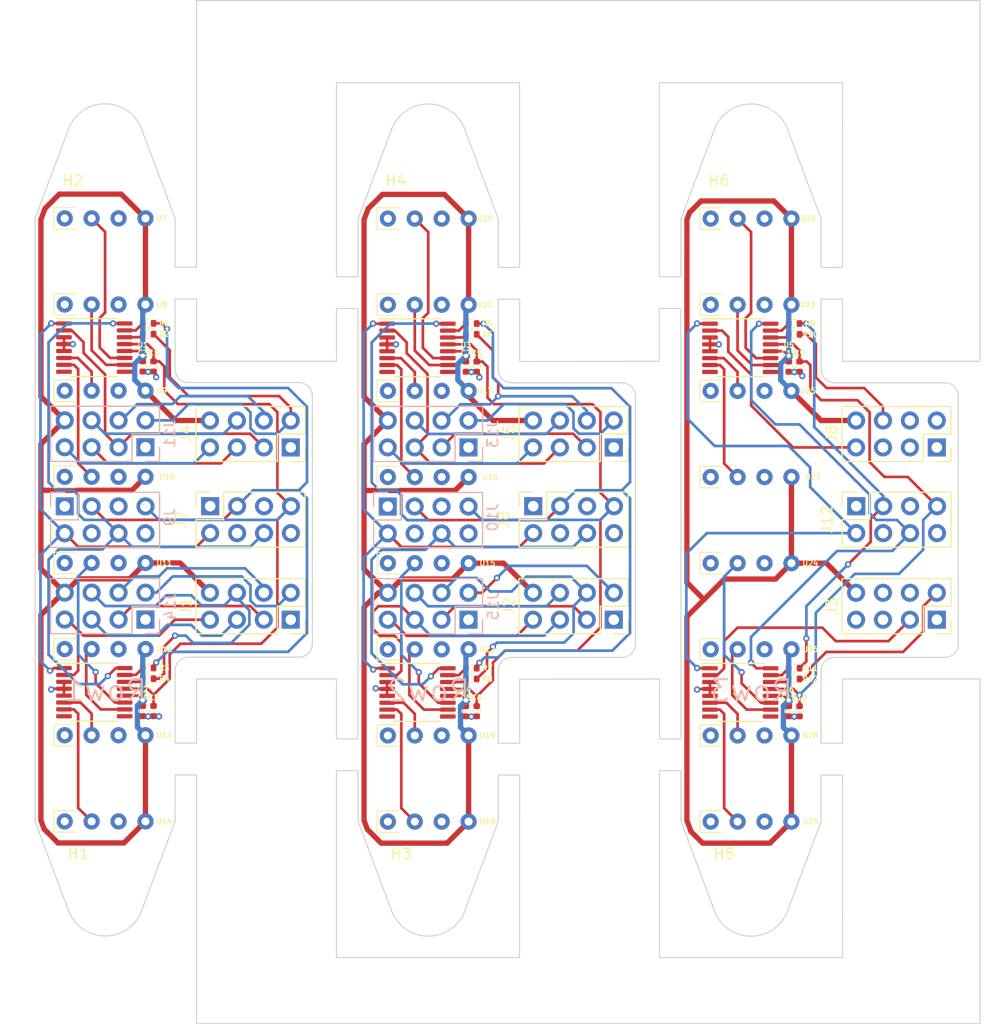
<source format=kicad_pcb>
(kicad_pcb (version 20221018) (generator pcbnew)
  (layers (0 "F.Cu" signal) (1 "In1.Cu" power) (2 "In2.Cu" power) (31 "B.Cu" signal) (34 "B.Paste" user) (35 "F.Paste" user) (36 "B.SilkS" user "B.Silkscreen") (37 "F.SilkS" user "F.Silkscreen") (38 "B.Mask" user) (39 "F.Mask" user) (44 "Edge.Cuts" user))
  (net 0 "")
  (net 1 "+3.3V")
  (net 2 "GND")
  (net 3 "+5V")
  (net 4 "/SensorRow1/SNS1")
  (net 5 "/SensorRow1/SNS2")
  (net 6 "/SensorRow1/SNS3")
  (net 7 "/SensorRow1/SNS4")
  (net 8 "/SensorRow1/SNS5")
  (net 9 "/SensorRow1/SNS6")
  (net 10 "/SensorRow1/SNS7")
  (net 11 "/SensorRow1/SNS8")
  (net 12 "/ConnectorIn1/MISO")
  (net 13 "/ConnectorIn1/MOSI")
  (net 14 "/ConnectorIn1/SCK")
  (net 15 "Net-(U1-DOUT{slash}~{DRDY})")
  (net 16 "Net-(U1-~{DRDY})")
  (net 17 "Net-(U2-DOUT{slash}~{DRDY})")
  (net 18 "Net-(U2-~{DRDY})")
  (net 23 "/ConnectorIn2/MISO")
  (net 24 "/ConnectorIn2/MOSI")
  (net 25 "/ConnectorIn2/SCK")
  (net 26 "/ConnectorIn3/MISO")
  (net 27 "/ConnectorIn3/MOSI")
  (net 28 "/ConnectorIn3/SCK")
  (net 29 "Net-(U3-DOUT{slash}~{DRDY})")
  (net 30 "Net-(U3-~{DRDY})")
  (net 31 "Net-(U4-DOUT{slash}~{DRDY})")
  (net 32 "Net-(U4-~{DRDY})")
  (net 33 "Net-(U5-DOUT{slash}~{DRDY})")
  (net 34 "Net-(U5-~{DRDY})")
  (net 35 "Net-(U6-DOUT{slash}~{DRDY})")
  (net 36 "Net-(U6-~{DRDY})")
  (net 37 "/SensorRow2/SNS4")
  (net 38 "/SensorRow2/SNS3")
  (net 41 "/SensorRow2/SNS2")
  (net 42 "/SensorRow2/SNS1")
  (net 43 "/SensorRow2/SNS8")
  (net 44 "/SensorRow2/SNS7")
  (net 47 "/SensorRow2/SNS6")
  (net 48 "/SensorRow2/SNS5")
  (net 49 "/SensorRow3/SNS4")
  (net 50 "/SensorRow3/SNS3")
  (net 53 "/SensorRow3/SNS2")
  (net 54 "/SensorRow3/SNS1")
  (net 55 "/SensorRow3/SNS8")
  (net 56 "/SensorRow3/SNS7")
  (net 59 "/SensorRow3/SNS6")
  (net 60 "/SensorRow3/SNS5")
  (net 85 "/DRA4")
  (net 86 "/CSA4")
  (net 87 "/DRA5")
  (net 88 "/CSA5")
  (net 89 "/DRA6")
  (net 90 "/CSA6")
  (net 91 "/DRB4")
  (net 92 "/CSB4")
  (net 93 "/DRB5")
  (net 94 "/CSB5")
  (net 95 "/DRB6")
  (net 96 "/CSB6")
  (net 97 "/DRC4")
  (net 98 "/CSC4")
  (net 99 "/DRC5")
  (net 100 "/CSC5")
  (net 101 "/DRC6")
  (net 102 "/CSC6")
  (net 103 "/DRA1")
  (net 104 "/CSA1")
  (net 105 "/DRA2")
  (net 106 "/CSA2")
  (net 107 "/DRA3")
  (net 108 "/CSA3")
  (net 109 "/DRB1")
  (net 110 "/CSB1")
  (net 111 "/DRB2")
  (net 112 "/CSB2")
  (net 113 "/DRB3")
  (net 114 "/CSB3")
  (net 115 "/DRC1")
  (net 116 "/CSC1")
  (net 117 "/DRC2")
  (net 118 "/CSC2")
  (net 119 "/DRC3")
  (net 120 "/CSC3")
  (footprint "MyLibrary:P4V-MINI" (layer "F.Cu") (at 72.654 98.278 180)
    (fp_text reference "U10")
    (fp_text value "P4V-MINI")
  )
  (footprint "Connector_PinSocket_2.54mm:PinSocket_2x04_P2.54mm_Vertical" (layer "F.Cu") (at 147.32 95.504 -90)
    (fp_text reference "J6")
    (fp_text value "Conn_02x04_Odd_Even")
  )
  (footprint "MyLibrary:P4V-MINI" (layer "F.Cu") (at 133.604 106.426 180)
    (fp_text reference "U24")
    (fp_text value "P4V-MINI")
  )
  (footprint "Capacitor_SMD:C_0402_1005Metric" (layer "F.Cu") (at 133.35 87.884 -90)
    (fp_text reference "C11")
    (fp_text value "100n")
  )
  (footprint "Connector_PinSocket_2.54mm:PinSocket_2x04_P2.54mm_Vertical" (layer "F.Cu") (at 116.84 95.503999 -90)
    (fp_text reference "J5")
    (fp_text value "Conn_02x04_Odd_Even")
  )
  (footprint "MyLibrary:P4V-MINI" (layer "F.Cu") (at 133.604 130.81 180)
    (fp_text reference "U29")
    (fp_text value "P4V-MINI")
  )
  (footprint "Capacitor_SMD:C_0402_1005Metric" (layer "F.Cu") (at 73.416 120.376 -90)
    (fp_text reference "C2")
    (fp_text value "100n")
  )
  (footprint "Resistor_SMD:R_0402_1005Metric" (layer "F.Cu") (at 103.4 84.836)
    (fp_text reference "R6")
    (fp_text value "22")
  )
  (footprint "MyLibrary:P4V-MINI" (layer "F.Cu") (at 103.144 106.426 180)
    (fp_text reference "U15")
    (fp_text value "P4V-MINI")
  )
  (footprint "Resistor_SMD:R_0402_1005Metric" (layer "F.Cu") (at 72.908 116.312)
    (fp_text reference "R3")
    (fp_text value "22")
  )
  (footprint "Capacitor_SMD:C_0402_1005Metric" (layer "F.Cu") (at 72.4 87.864 -90)
    (fp_text reference "C3")
    (fp_text value "100n")
  )
  (footprint "MountingHole:MountingHole_3.2mm_M3" (layer "F.Cu") (at 68.844 66.782)
    (fp_text reference "H2")
    (fp_text value "MountingHole")
  )
  (footprint "Resistor_SMD:R_0402_1005Metric" (layer "F.Cu") (at 72.908 117.328)
    (fp_text reference "R4")
    (fp_text value "22")
  )
  (footprint "Capacitor_SMD:C_0402_1005Metric" (layer "F.Cu") (at 102.89 87.884 -90)
    (fp_text reference "C7")
    (fp_text value "100n")
  )
  (footprint "MyLibrary:P4V-MINI" (layer "F.Cu") (at 133.604 82.042 180)
    (fp_text reference "U23")
    (fp_text value "P4V-MINI")
  )
  (footprint "Resistor_SMD:R_0402_1005Metric" (layer "F.Cu") (at 133.858 117.348)
    (fp_text reference "R12")
    (fp_text value "22")
  )
  (footprint "Connector_PinSocket_2.54mm:PinSocket_2x04_P2.54mm_Vertical" (layer "F.Cu") (at 86.36 95.504 -90)
    (fp_text reference "J4")
    (fp_text value "Conn_02x04_Odd_Even")
  )
  (footprint "MyLibrary:P4V-MINI" (layer "F.Cu") (at 103.144 114.554 180)
    (fp_text reference "U22")
    (fp_text value "P4V-MINI")
  )
  (footprint "MountingHole:MountingHole_3.2mm_M3" (layer "F.Cu") (at 99.334 137.922)
    (fp_text reference "H3")
    (fp_text value "MountingHole")
  )
  (footprint "Package_SO:TSSOP-16_4.4x5mm_P0.65mm" (layer "F.Cu") (at 67.828 118.598)
    (fp_text reference "U2")
    (fp_text value "ADS1220xPW")
  )
  (footprint "Resistor_SMD:R_0402_1005Metric" (layer "F.Cu") (at 133.858 116.332)
    (fp_text reference "R11")
    (fp_text value "22")
  )
  (footprint "Resistor_SMD:R_0402_1005Metric" (layer "F.Cu") (at 103.398 116.332)
    (fp_text reference "R7")
    (fp_text value "22")
  )
  (footprint "MyLibrary:P4V-MINI" (layer "F.Cu") (at 133.604 122.682 180)
    (fp_text reference "U28")
    (fp_text value "P4V-MINI")
  )
  (footprint "MountingHole:MountingHole_3.2mm_M3" (layer "F.Cu") (at 129.794 137.922)
    (fp_text reference "H5")
    (fp_text value "MountingHole")
  )
  (footprint "MyLibrary:P4V-MINI" (layer "F.Cu") (at 72.654 73.894 180)
    (fp_text reference "U7")
    (fp_text value "P4V-MINI")
  )
  (footprint "MyLibrary:P4V-MINI" (layer "F.Cu") (at 72.654 106.406 180)
    (fp_text reference "U11")
    (fp_text value "P4V-MINI")
  )
  (footprint "Package_SO:TSSOP-16_4.4x5mm_P0.65mm" (layer "F.Cu") (at 98.318 86.106)
    (fp_text reference "U3")
    (fp_text value "ADS1220xPW")
  )
  (footprint "MyLibrary:P4V-MINI" (layer "F.Cu") (at 133.604 98.298 180)
    (fp_text reference "U27")
    (fp_text value "P4V-MINI")
  )
  (footprint "MyLibrary:P4V-MINI" (layer "F.Cu") (at 103.144 82.042 180)
    (fp_text reference "U21")
    (fp_text value "P4V-MINI")
  )
  (footprint "Connector_PinSocket_2.54mm:PinSocket_2x04_P2.54mm_Vertical" (layer "F.Cu") (at 109.24 101.051999 90)
    (fp_text reference "J8")
    (fp_text value "Conn_02x04_Odd_Even")
  )
  (footprint "MountingHole:MountingHole_3.2mm_M3" (layer "F.Cu") (at 68.844 137.902)
    (fp_text reference "H1")
    (fp_text value "MountingHole")
  )
  (footprint "Capacitor_SMD:C_0402_1005Metric" (layer "F.Cu") (at 133.35 120.396 -90)
    (fp_text reference "C12")
    (fp_text value "100n")
  )
  (footprint "MyLibrary:P4V-MINI" (layer "F.Cu") (at 72.654 122.662 180)
    (fp_text reference "U13")
    (fp_text value "P4V-MINI")
  )
  (footprint "Capacitor_SMD:C_0402_1005Metric" (layer "F.Cu") (at 103.906 120.396 -90)
    (fp_text reference "C6")
    (fp_text value "100n")
  )
  (footprint "MyLibrary:P4V-MINI" (layer "F.Cu") (at 72.654 130.79 180)
    (fp_text reference "U14")
    (fp_text value "P4V-MINI")
  )
  (footprint "MyLibrary:P4V-MINI" (layer "F.Cu") (at 133.604 90.17 180)
    (fp_text reference "U25")
    (fp_text value "P4V-MINI")
  )
  (footprint "MyLibrary:P4V-MINI" (layer "F.Cu") (at 72.654 82.022 180)
    (fp_text reference "U8")
    (fp_text value "P4V-MINI")
  )
  (footprint "Capacitor_SMD:C_0402_1005Metric" (layer "F.Cu") (at 134.366 87.884 -90)
    (fp_text reference "C9")
    (fp_text value "100n")
  )
  (footprint "Capacitor_SMD:C_0402_1005Metric" (layer "F.Cu") (at 72.4 120.376 -90)
    (fp_text reference "C4")
    (fp_text value "100n")
  )
  (footprint "Resistor_SMD:R_0402_1005Metric" (layer "F.Cu") (at 72.908 83.8)
    (fp_text reference "R1")
    (fp_text value "22")
  )
  (footprint "Resistor_SMD:R_0402_1005Metric" (layer "F.Cu") (at 103.398 117.348)
    (fp_text reference "R8")
    (fp_text value "22")
  )
  (footprint "Resistor_SMD:R_0402_1005Metric" (layer "F.Cu") (at 103.398 83.82)
    (fp_text reference "R5")
    (fp_text value "22")
  )
  (footprint "MyLibrary:P4V-MINI" (layer "F.Cu") (at 103.144 130.81 180)
    (fp_text reference "U18")
    (fp_text value "P4V-MINI")
  )
  (footprint "MyLibrary:P4V-MINI" (layer "F.Cu") (at 133.604 114.554 180)
    (fp_text reference "U26")
    (fp_text value "P4V-MINI")
  )
  (footprint "Package_SO:TSSOP-16_4.4x5mm_P0.65mm" (layer "F.Cu") (at 128.778 86.106)
    (fp_text reference "U5")
    (fp_text value "ADS1220xPW")
  )
  (footprint "Connector_PinSocket_2.54mm:PinSocket_2x04_P2.54mm_Vertical" (layer "F.Cu") (at 86.36 111.76 -90)
    (fp_text reference "J1")
    (fp_text value "Conn_02x04_Odd_Even")
  )
  (footprint "Package_SO:TSSOP-16_4.4x5mm_P0.65mm" (layer "F.Cu") (at 98.318 118.618)
    (fp_text reference "U4")
    (fp_text value "ADS1220xPW")
  )
  (footprint "Capacitor_SMD:C_0402_1005Metric" (layer "F.Cu") (at 73.416 87.864 -90)
    (fp_text reference "C1")
    (fp_text value "100n")
  )
  (footprint "Resistor_SMD:R_0402_1005Metric" (layer "F.Cu") (at 133.858 83.82)
    (fp_text reference "R9")
    (fp_text value "22")
  )
  (footprint "Capacitor_SMD:C_0402_1005Metric" (layer "F.Cu") (at 102.89 120.396 -90)
    (fp_text reference "C8")
    (fp_text value "100n")
  )
  (footprint "MyLibrary:P4V-MINI" (layer "F.Cu") (at 103.144 98.298 180)
    (fp_text reference "U16")
    (fp_text value "P4V-MINI")
  )
  (footprint "Connector_PinSocket_2.54mm:PinSocket_2x04_P2.54mm_Vertical" (layer "F.Cu") (at 78.76 101.052 90)
    (fp_text reference "J7")
    (fp_text value "Conn_02x04_Odd_Even")
  )
  (footprint "Capacitor_SMD:C_0402_1005Metric" (layer "F.Cu") (at 134.366 120.396 -90)
    (fp_text reference "C10")
    (fp_text value "100n")
  )
  (footprint "Connector_PinSocket_2.54mm:PinSocket_2x04_P2.54mm_Vertical" (layer "F.Cu") (at 139.72 101.052 90)
    (fp_text reference "J12")
    (fp_text value "Conn_02x04_Odd_Even")
  )
  (footprint "Package_SO:TSSOP-16_4.4x5mm_P0.65mm" (layer "F.Cu") (at 128.778 118.618)
    (fp_text reference "U6")
    (fp_text value "ADS1220xPW")
  )
  (footprint "Package_SO:TSSOP-16_4.4x5mm_P0.65mm" (layer "F.Cu") (at 67.828 86.086)
    (fp_text reference "U1")
    (fp_text value "ADS1220xPW")
  )
  (footprint "MyLibrary:P4V-MINI" (layer "F.Cu") (at 103.144 122.682 180)
    (fp_text reference "U19")
    (fp_text value "P4V-MINI")
  )
  (footprint "Connector_PinSocket_2.54mm:PinSocket_2x04_P2.54mm_Vertical" (layer "F.Cu") (at 147.32 111.76 -90)
    (fp_text reference "J3")
    (fp_text value "Conn_02x04_Odd_Even")
  )
  (footprint "MyLibrary:P4V-MINI" (layer "F.Cu") (at 72.654 90.15 180)
    (fp_text reference "U9")
    (fp_text value "P4V-MINI")
  )
  (footprint "MyLibrary:P4V-MINI" (layer "F.Cu") (at 103.144 73.914 180)
    (fp_text reference "U20")
    (fp_text value "P4V-MINI")
  )
  (footprint "MountingHole:MountingHole_3.2mm_M3" (layer "F.Cu") (at 129.794 66.802)
    (fp_text reference "H6")
    (fp_text value "MountingHole")
  )
  (footprint "MountingHole:MountingHole_3.2mm_M3" (layer "F.Cu") (at 99.334 66.802)
    (fp_text reference "H4")
    (fp_text value "MountingHole")
  )
  (footprint "MyLibrary:P4V-MINI" (layer "F.Cu") (at 72.654 114.534 180)
    (fp_text reference "U12")
    (fp_text value "P4V-MINI")
  )
  (footprint "MyLibrary:P4V-MINI" (layer "F.Cu") (at 133.604 73.914 180)
    (fp_text reference "U30")
    (fp_text value "P4V-MINI")
  )
  (footprint "Resistor_SMD:R_0402_1005Metric" (layer "F.Cu") (at 72.91 84.816)
    (fp_text reference "R2")
    (fp_text value "22")
  )
  (footprint "Resistor_SMD:R_0402_1005Metric" (layer "F.Cu") (at 133.86 84.836)
    (fp_text reference "R10")
    (fp_text value "22")
  )
  (footprint "MyLibrary:P4V-MINI" (layer "F.Cu") (at 103.144 90.17 180)
    (fp_text reference "U17")
    (fp_text value "P4V-MINI")
  )
  (footprint "Connector_PinSocket_2.54mm:PinSocket_2x04_P2.54mm_Vertical" (layer "F.Cu") (at 116.84 111.76 -90)
    (fp_text reference "J2")
    (fp_text value "Conn_02x04_Odd_Even")
  )
  (footprint "Capacitor_SMD:C_0402_1005Metric" (layer "F.Cu") (at 103.906 87.884 -90)
    (fp_text reference "C5")
    (fp_text value "100n")
  )
  (footprint "Connector_PinHeader_2.54mm:PinHeader_2x04_P2.54mm_Vertical" (layer "B.Cu") (at 95.514 101.082 -90)
    (fp_text reference "J10")
    (fp_text value "Conn_02x04_Odd_Even")
  )
  (footprint "Connector_PinHeader_2.54mm:PinHeader_2x04_P2.54mm_Vertical" (layer "B.Cu") (at 103.134 95.504 90)
    (fp_text reference "J13")
    (fp_text value "Conn_02x04_Odd_Even")
  )
  (footprint "Connector_PinHeader_2.54mm:PinHeader_2x04_P2.54mm_Vertical" (layer "B.Cu") (at 72.654 111.745 90)
    (fp_text reference "J14")
    (fp_text value "Conn_02x04_Odd_Even")
  )
  (footprint "Connector_PinHeader_2.54mm:PinHeader_2x04_P2.54mm_Vertical" (layer "B.Cu") (at 65.034 101.067 -90)
    (fp_text reference "J9")
    (fp_text value "Conn_02x04_Odd_Even")
  )
  (footprint "Connector_PinHeader_2.54mm:PinHeader_2x04_P2.54mm_Vertical" (layer "B.Cu") (at 72.654 95.489 90)
    (fp_text reference "J11")
    (fp_text value "Conn_02x04_Odd_Even")
  )
  (footprint "Connector_PinHeader_2.54mm:PinHeader_2x04_P2.54mm_Vertical" (layer "B.Cu") (at 103.134 111.76 90)
    (fp_text reference "J15")
    (fp_text value "Conn_02x04_Odd_Even")
  )
  (gr_arc (start 136.398 116.586) (mid 136.769974 115.687974) (end 137.668 115.316) (stroke (width 0.1)) (layer "Edge.Cuts"))
  (gr_line (start 75.448 126.4) (end 77.47 126.4) (stroke (width 0.1)) (layer "Edge.Cuts"))
  (gr_line (start 138.42 81.52) (end 138.43 87.376) (stroke (width 0.1)) (layer "Edge.Cuts"))
  (gr_arc (start 117.622 89.408) (mid 118.520026 89.779974) (end 118.892 90.678) (stroke (width 0.1)) (layer "Edge.Cuts"))
  (gr_line (start 90.678 117.348) (end 90.678 123) (stroke (width 0.1)) (layer "Edge.Cuts"))
  (gr_line (start 123.19 73.914) (end 123.16 79.4) (stroke (width 0.1)) (layer "Edge.Cuts"))
  (gr_line (start 118.892 90.678) (end 118.892 114.046) (stroke (width 0.1)) (layer "Edge.Cuts"))
  (gr_line (start 136.398 126.42) (end 138.42 126.42) (stroke (width 0.1)) (layer "Edge.Cuts"))
  (gr_line (start 151.384 117.348) (end 138.43 117.348) (stroke (width 0.1)) (layer "Edge.Cuts"))
  (gr_line (start 90.678 61.087) (end 90.678 79.4) (stroke (width 0.1)) (layer "Edge.Cuts"))
  (gr_line (start 138.43 143.637) (end 138.42 126.42) (stroke (width 0.1)) (layer "Edge.Cuts"))
  (gr_line (start 121.158 126) (end 123.18 126) (stroke (width 0.1)) (layer "Edge.Cuts"))
  (gr_line (start 151.384 87.376) (end 151.384 53.34) (stroke (width 0.1)) (layer "Edge.Cuts"))
  (gr_line (start 88.402 90.658) (end 88.402 114.026) (stroke (width 0.1)) (layer "Edge.Cuts"))
  (gr_line (start 133.349999 65.786) (end 136.397999 73.914) (stroke (width 0.1)) (layer "Edge.Cuts"))
  (gr_line (start 136.398 116.586) (end 136.398 123.42) (stroke (width 0.1)) (layer "Edge.Cuts"))
  (gr_line (start 151.384 87.376) (end 138.43 87.376) (stroke (width 0.1)) (layer "Edge.Cuts"))
  (gr_line (start 92.7 126) (end 92.73 130.81) (stroke (width 0.1)) (layer "Edge.Cuts"))
  (gr_line (start 107.96 81.52) (end 107.96 87.396) (stroke (width 0.1)) (layer "Edge.Cuts"))
  (gr_line (start 76.718001 89.387999) (end 87.132 89.388) (stroke (width 0.1)) (layer "Edge.Cuts"))
  (gr_line (start 102.889999 65.786) (end 105.937999 73.914) (stroke (width 0.1)) (layer "Edge.Cuts"))
  (gr_line (start 107.96 117.368) (end 121.158 117.348) (stroke (width 0.1)) (layer "Edge.Cuts"))
  (gr_arc (start 107.208001 89.407999) (mid 106.309975 89.036025) (end 105.938001 88.137999) (stroke (width 0.1)) (layer "Edge.Cuts"))
  (gr_line (start 75.448 81.5) (end 77.47 81.5) (stroke (width 0.1)) (layer "Edge.Cuts"))
  (gr_line (start 107.95 61.087) (end 90.678 61.087) (stroke (width 0.1)) (layer "Edge.Cuts"))
  (gr_line (start 95.825489 65.632496) (end 92.73 73.914) (stroke (width 0.1)) (layer "Edge.Cuts"))
  (gr_line (start 126.285489 65.632496) (end 123.19 73.914) (stroke (width 0.1)) (layer "Edge.Cuts"))
  (gr_line (start 149.352 90.678) (end 149.352 114.046) (stroke (width 0.1)) (layer "Edge.Cuts"))
  (gr_line (start 126.285489 139.091504) (end 123.19 130.81) (stroke (width 0.1)) (layer "Edge.Cuts"))
  (gr_line (start 90.678 126) (end 90.678 143.637) (stroke (width 0.1)) (layer "Edge.Cuts"))
  (gr_line (start 87.132 115.296) (end 76.718 115.296) (stroke (width 0.1)) (layer "Edge.Cuts"))
  (gr_arc (start 148.082 89.408) (mid 148.980026 89.779974) (end 149.352 90.678) (stroke (width 0.1)) (layer "Edge.Cuts"))
  (gr_line (start 121.158 117.348) (end 121.158 123) (stroke (width 0.1)) (layer "Edge.Cuts"))
  (gr_line (start 72.399999 138.918) (end 75.448 130.79) (stroke (width 0.1)) (layer "Edge.Cuts"))
  (gr_line (start 92.73 73.914) (end 92.7 79.4) (stroke (width 0.1)) (layer "Edge.Cuts"))
  (gr_line (start 77.47 78.5) (end 77.47 53.34) (stroke (width 0.1)) (layer "Edge.Cuts"))
  (gr_arc (start 149.352 114.046) (mid 148.980026 114.944026) (end 148.082 115.316) (stroke (width 0.1)) (layer "Edge.Cuts"))
  (gr_line (start 136.398 81.52) (end 136.398001 88.137999) (stroke (width 0.1)) (layer "Edge.Cuts"))
  (gr_line (start 138.43 61.087) (end 121.138 61.087) (stroke (width 0.1)) (layer "Edge.Cuts"))
  (gr_line (start 117.622 115.316) (end 107.208 115.316) (stroke (width 0.1)) (layer "Edge.Cuts"))
  (gr_line (start 75.447999 73.894) (end 75.448 78.5) (stroke (width 0.1)) (layer "Edge.Cuts"))
  (gr_arc (start 65.335489 65.612496) (mid 68.924341 63.084577) (end 72.399999 65.766) (stroke (width 0.1)) (layer "Edge.Cuts"))
  (gr_arc (start 88.402 114.026) (mid 88.030026 114.924026) (end 87.132 115.296) (stroke (width 0.1)) (layer "Edge.Cuts"))
  (gr_line (start 123.18 123) (end 123.16 82.4) (stroke (width 0.1)) (layer "Edge.Cuts"))
  (gr_line (start 105.938 126.42) (end 105.938 130.81) (stroke (width 0.1)) (layer "Edge.Cuts"))
  (gr_line (start 90.678 143.637) (end 107.95 143.637) (stroke (width 0.1)) (layer "Edge.Cuts"))
  (gr_line (start 138.43 143.637) (end 121.158 143.637) (stroke (width 0.1)) (layer "Edge.Cuts"))
  (gr_arc (start 95.825489 65.632496) (mid 99.414341 63.104577) (end 102.889999 65.786) (stroke (width 0.1)) (layer "Edge.Cuts"))
  (gr_line (start 107.95 143.637) (end 107.96 126.42) (stroke (width 0.1)) (layer "Edge.Cuts"))
  (gr_line (start 121.138 82.4) (end 121.138 87.376) (stroke (width 0.1)) (layer "Edge.Cuts"))
  (gr_line (start 105.938 116.586) (end 105.938 123.42) (stroke (width 0.1)) (layer "Edge.Cuts"))
  (gr_line (start 105.938 78.52) (end 107.96 78.52) (stroke (width 0.1)) (layer "Edge.Cuts"))
  (gr_line (start 90.678 79.4) (end 92.7 79.4) (stroke (width 0.1)) (layer "Edge.Cuts"))
  (gr_line (start 102.889999 138.938) (end 105.938 130.81) (stroke (width 0.1)) (layer "Edge.Cuts"))
  (gr_line (start 90.678 87.376) (end 77.47 87.376) (stroke (width 0.1)) (layer "Edge.Cuts"))
  (gr_line (start 138.42 123.42) (end 138.43 117.348) (stroke (width 0.1)) (layer "Edge.Cuts"))
  (gr_line (start 92.7 123) (end 92.7 82.4) (stroke (width 0.1)) (layer "Edge.Cuts"))
  (gr_line (start 136.398 81.52) (end 138.42 81.52) (stroke (width 0.1)) (layer "Edge.Cuts"))
  (gr_arc (start 118.892 114.046) (mid 118.520026 114.944026) (end 117.622 115.316) (stroke (width 0.1)) (layer "Edge.Cuts"))
  (gr_line (start 136.397999 73.914) (end 136.398 78.52) (stroke (width 0.1)) (layer "Edge.Cuts"))
  (gr_line (start 77.47 117.348) (end 90.678 117.348) (stroke (width 0.1)) (layer "Edge.Cuts"))
  (gr_line (start 107.96 78.52) (end 107.95 61.087) (stroke (width 0.1)) (layer "Edge.Cuts"))
  (gr_line (start 105.938 126.42) (end 107.96 126.42) (stroke (width 0.1)) (layer "Edge.Cuts"))
  (gr_arc (start 72.399999 138.918) (mid 68.924341 141.599422) (end 65.335489 139.071504) (stroke (width 0.1)) (layer "Edge.Cuts"))
  (gr_line (start 75.448 81.5) (end 75.448001 88.117999) (stroke (width 0.1)) (layer "Edge.Cuts"))
  (gr_arc (start 105.938 116.586) (mid 106.309974 115.687974) (end 107.208 115.316) (stroke (width 0.1)) (layer "Edge.Cuts"))
  (gr_line (start 136.398 78.52) (end 138.42 78.52) (stroke (width 0.1)) (layer "Edge.Cuts"))
  (gr_line (start 77.47 53.34) (end 151.384 53.34) (stroke (width 0.1)) (layer "Edge.Cuts"))
  (gr_line (start 90.678 123) (end 92.7 123) (stroke (width 0.1)) (layer "Edge.Cuts"))
  (gr_line (start 105.937999 73.914) (end 105.938 78.52) (stroke (width 0.1)) (layer "Edge.Cuts"))
  (gr_arc (start 137.668001 89.407999) (mid 136.769975 89.036025) (end 136.398001 88.137999) (stroke (width 0.1)) (layer "Edge.Cuts"))
  (gr_line (start 105.938 123.42) (end 107.96 123.42) (stroke (width 0.1)) (layer "Edge.Cuts"))
  (gr_line (start 77.47 81.5) (end 77.47 87.376) (stroke (width 0.1)) (layer "Edge.Cuts"))
  (gr_line (start 121.138 61.087) (end 121.138 79.4) (stroke (width 0.1)) (layer "Edge.Cuts"))
  (gr_line (start 90.678 82.4) (end 92.7 82.4) (stroke (width 0.1)) (layer "Edge.Cuts"))
  (gr_line (start 107.96 123.42) (end 107.96 117.368) (stroke (width 0.1)) (layer "Edge.Cuts"))
  (gr_line (start 75.448 126.4) (end 75.448 130.79) (stroke (width 0.1)) (layer "Edge.Cuts"))
  (gr_arc (start 102.889999 138.938) (mid 99.414341 141.619421) (end 95.825489 139.091504) (stroke (width 0.1)) (layer "Edge.Cuts"))
  (gr_line (start 136.398 126.42) (end 136.398 130.81) (stroke (width 0.1)) (layer "Edge.Cuts"))
  (gr_line (start 133.349999 138.938) (end 136.398 130.81) (stroke (width 0.1)) (layer "Edge.Cuts"))
  (gr_line (start 90.678 82.4) (end 90.678 87.376) (stroke (width 0.1)) (layer "Edge.Cuts"))
  (gr_line (start 105.938 81.52) (end 105.938001 88.137999) (stroke (width 0.1)) (layer "Edge.Cuts"))
  (gr_line (start 121.138 82.4) (end 123.16 82.4) (stroke (width 0.1)) (layer "Edge.Cuts"))
  (gr_line (start 137.668001 89.407999) (end 148.082 89.408) (stroke (width 0.1)) (layer "Edge.Cuts"))
  (gr_line (start 65.335489 65.612496) (end 62.24 73.894) (stroke (width 0.1)) (layer "Edge.Cuts"))
  (gr_line (start 75.448 78.5) (end 77.47 78.5) (stroke (width 0.1)) (layer "Edge.Cuts"))
  (gr_line (start 105.938 81.52) (end 107.96 81.52) (stroke (width 0.1)) (layer "Edge.Cuts"))
  (gr_line (start 151.384 149.86) (end 77.47 149.86) (stroke (width 0.1)) (layer "Edge.Cuts"))
  (gr_line (start 65.335489 139.071504) (end 62.24 130.79) (stroke (width 0.1)) (layer "Edge.Cuts"))
  (gr_arc (start 75.448 116.566) (mid 75.819974 115.667974) (end 76.718 115.296) (stroke (width 0.1)) (layer "Edge.Cuts"))
  (gr_line (start 136.398 123.42) (end 138.42 123.42) (stroke (width 0.1)) (layer "Edge.Cuts"))
  (gr_line (start 121.158 126) (end 121.158 143.637) (stroke (width 0.1)) (layer "Edge.Cuts"))
  (gr_line (start 148.082 115.316) (end 137.668 115.316) (stroke (width 0.1)) (layer "Edge.Cuts"))
  (gr_arc (start 76.718001 89.387999) (mid 75.819975 89.016025) (end 75.448001 88.117999) (stroke (width 0.1)) (layer "Edge.Cuts"))
  (gr_line (start 95.825489 139.091504) (end 92.73 130.81) (stroke (width 0.1)) (layer "Edge.Cuts"))
  (gr_line (start 121.138 87.376) (end 107.96 87.396) (stroke (width 0.1)) (layer "Edge.Cuts"))
  (gr_line (start 77.47 123.4) (end 77.47 117.348) (stroke (width 0.1)) (layer "Edge.Cuts"))
  (gr_line (start 121.158 123) (end 123.18 123) (stroke (width 0.1)) (layer "Edge.Cuts"))
  (gr_line (start 62.24 130.79) (end 62.24 73.894) (stroke (width 0.1)) (layer "Edge.Cuts"))
  (gr_line (start 138.42 78.52) (end 138.43 61.087) (stroke (width 0.1)) (layer "Edge.Cuts"))
  (gr_line (start 107.208001 89.407999) (end 117.622 89.408) (stroke (width 0.1)) (layer "Edge.Cuts"))
  (gr_line (start 151.384 117.348) (end 151.384 149.86) (stroke (width 0.1)) (layer "Edge.Cuts"))
  (gr_line (start 90.678 126) (end 92.7 126) (stroke (width 0.1)) (layer "Edge.Cuts"))
  (gr_line (start 72.399999 65.766) (end 75.447999 73.894) (stroke (width 0.1)) (layer "Edge.Cuts"))
  (gr_arc (start 87.132 89.388) (mid 88.030026 89.759974) (end 88.402 90.658) (stroke (width 0.1)) (layer "Edge.Cuts"))
  (gr_arc (start 126.285489 65.632496) (mid 129.874341 63.104577) (end 133.349999 65.786) (stroke (width 0.1)) (layer "Edge.Cuts"))
  (gr_line (start 75.448 116.566) (end 75.448 123.4) (stroke (width 0.1)) (layer "Edge.Cuts"))
  (gr_line (start 77.47 149.86) (end 77.47 126.4) (stroke (width 0.1)) (layer "Edge.Cuts"))
  (gr_line (start 121.138 79.4) (end 123.16 79.4) (stroke (width 0.1)) (layer "Edge.Cuts"))
  (gr_line (start 123.18 126) (end 123.19 130.81) (stroke (width 0.1)) (layer "Edge.Cuts"))
  (gr_line (start 75.448 123.4) (end 77.47 123.4) (stroke (width 0.1)) (layer "Edge.Cuts"))
  (gr_arc (start 133.349999 138.938) (mid 129.874341 141.619421) (end 126.285489 139.091504) (stroke (width 0.1)) (layer "Edge.Cuts"))
  (gr_text "Row2" (at 103.398 119.634) (layer "B.SilkS") (effects (font (size 2 2) (thickness 0.2)) (justify left bottom mirror)))
  (gr_text "Row3" (at 133.858 119.634) (layer "B.SilkS") (effects (font (size 2 2) (thickness 0.2)) (justify left bottom mirror)))
  (gr_text "Row1" (at 72.908 119.614) (layer "B.SilkS") (effects (font (size 2 2) (thickness 0.2)) (justify left bottom mirror)))
  (segment (start 115.579999 92.181999) (end 114.818 91.419999) (width 0.25) (layer "F.Cu") (net 1))
  (segment (start 85.1 92.182) (end 84.338 91.42) (width 0.25) (layer "F.Cu") (net 1))
  (segment (start 144.576 98.288) (end 147.34 101.052) (width 0.254) (layer "F.Cu") (net 1))
  (segment (start 75.956 114.026) (end 83.576 114.026) (width 0.25) (layer "F.Cu") (net 1))
  (segment (start 103.906 118.999) (end 103.906 119.916) (width 0.25) (layer "F.Cu") (net 1))
  (segment (start 103.2 118.293) (end 101.1805 118.293) (width 0.25) (layer "F.Cu") (net 1))
  (segment (start 104.922 90.805) (end 104.922 87.884) (width 0.25) (layer "F.Cu") (net 1))
  (segment (start 115.58 99.771999) (end 115.579999 92.181999) (width 0.25) (layer "F.Cu") (net 1))
  (segment (start 134.376 86.35) (end 134.376 86.37) (width 0.254) (layer "F.Cu") (net 1))
  (segment (start 133.787 118.293) (end 134.356 118.862) (width 0.25) (layer "F.Cu") (net 1))
  (segment (start 72.837 118.273) (end 73.416 118.852) (width 0.25) (layer "F.Cu") (net 1))
  (segment (start 85.1 99.772) (end 85.1 92.182) (width 0.25) (layer "F.Cu") (net 1))
  (segment (start 86.38 101.052) (end 85.1 99.772) (width 0.25) (layer "F.Cu") (net 1))
  (segment (start 140.98 92.192) (end 140.98 96.891) (width 0.254) (layer "F.Cu") (net 1))
  (segment (start 116.86 101.051999) (end 115.58 99.771999) (width 0.25) (layer "F.Cu") (net 1))
  (segment (start 139.837 91.049) (end 140.98 92.192) (width 0.254) (layer "F.Cu") (net 1))
  (segment (start 101.1805 85.781) (end 103.327 85.781) (width 0.254) (layer "F.Cu") (net 1))
  (segment (start 105.43 117.475) (end 103.906 118.999) (width 0.25) (layer "F.Cu") (net 1))
  (segment (start 70.6905 118.273) (end 72.837 118.273) (width 0.25) (layer "F.Cu") (net 1))
  (segment (start 103.327 85.781) (end 103.906 86.36) (width 0.254) (layer "F.Cu") (net 1))
  (segment (start 72.837 85.761) (end 73.416 86.34) (width 0.254) (layer "F.Cu") (net 1))
  (segment (start 142.377 98.288) (end 144.576 98.288) (width 0.254) (layer "F.Cu") (net 1))
  (segment (start 106.573 114.681) (end 105.43 115.824) (width 0.25) (layer "F.Cu") (net 1))
  (segment (start 140.98 96.891) (end 142.377 98.288) (width 0.254) (layer "F.Cu") (net 1))
  (segment (start 114.818 91.419999) (end 105.536999 91.419999) (width 0.25) (layer "F.Cu") (net 1))
  (segment (start 135.392 87.747) (end 135.392 90.033) (width 0.254) (layer "F.Cu") (net 1))
  (segment (start 85.1 102.332) (end 86.38 101.052) (width 0.25) (layer "F.Cu") (net 1))
  (segment (start 113.400999 114.681) (end 106.573 114.681) (width 0.25) (layer "F.Cu") (net 1))
  (segment (start 131.6405 85.781) (end 133.787 85.781) (width 0.254) (layer "F.Cu") (net 1))
  (segment (start 73.416 86.34) (end 73.416 87.384) (width 0.254) (layer "F.Cu") (net 1))
  (segment (start 115.58 112.501999) (end 113.400999 114.681) (width 0.25) (layer "F.Cu") (net 1))
  (segment (start 73.416 118.852) (end 73.416 119.896) (width 0.25) (layer "F.Cu") (net 1))
  (segment (start 74.94 115.042) (end 75.956 114.026) (width 0.25) (layer "F.Cu") (net 1))
  (segment (start 134.366 86.36) (end 134.366 87.404) (width 0.254) (layer "F.Cu") (net 1))
  (segment (start 136.408 91.049) (end 139.837 91.049) (width 0.254) (layer "F.Cu") (net 1))
  (segment (start 85.1 112.502) (end 85.1 102.332) (width 0.25) (layer "F.Cu") (net 1))
  (segment (start 134.366 118.872) (end 134.366 119.916) (width 0.25) (layer "F.Cu") (net 1))
  (segment (start 135.049 87.404) (end 135.392 87.747) (width 0.254) (layer "F.Cu") (net 1))
  (segment (start 83.576 114.026) (end 85.1 112.502) (width 0.25) (layer "F.Cu") (net 1))
  (segment (start 74.94 117.328) (end 74.94 115.042) (width 0.25) (layer "F.Cu") (net 1))
  (segment (start 116.86 101.051999) (end 115.58 102.331999) (width 0.25) (layer "F.Cu") (net 1))
  (segment (start 84.338 91.42) (end 75.702 91.42) (width 0.25) (layer "F.Cu") (net 1))
  (segment (start 134.366 87.404) (end 135.049 87.404) (width 0.254) (layer "F.Cu") (net 1))
  (segment (start 75.702 91.42) (end 74.432 90.15) (width 0.25) (layer "F.Cu") (net 1))
  (segment (start 133.787 85.781) (end 134.356 86.35) (width 0.254) (layer "F.Cu") (net 1))
  (segment (start 74.432 90.15) (end 74.432 87.864) (width 0.25) (layer "F.Cu") (net 1))
  (segment (start 134.356 86.35) (end 134.376 86.35) (width 0.254) (layer "F.Cu") (net 1))
  (segment (start 134.356 118.862) (end 134.366 118.872) (width 0.25) (layer "F.Cu") (net 1))
  (segment (start 73.952 87.384) (end 73.416 87.384) (width 0.25) (layer "F.Cu") (net 1))
  (segment (start 115.58 102.331999) (end 115.58 112.501999) (width 0.25) (layer "F.Cu") (net 1))
  (segment (start 104.442 87.404) (end 103.906 87.404) (width 0.25) (layer "F.Cu") (net 1))
  (segment (start 134.376 86.37) (end 134.366 86.36) (width 0.254) (layer "F.Cu") (net 1))
  (segment (start 104.922 87.884) (end 104.442 87.404) (width 0.25) (layer "F.Cu") (net 1))
  (segment (start 131.6405 118.293) (end 133.787 118.293) (width 0.25) (layer "F.Cu") (net 1))
  (segment (start 74.432 87.864) (end 73.952 87.384) (width 0.25) (layer "F.Cu") (net 1))
  (segment (start 73.416 118.852) (end 74.94 117.328) (width 0.25) (layer "F.Cu") (net 1))
  (segment (start 135.392 90.033) (end 136.408 91.049) (width 0.254) (layer "F.Cu") (net 1))
  (segment (start 105.536999 91.419999) (end 104.922 90.805) (width 0.25) (layer "F.Cu") (net 1))
  (segment (start 103.906 118.999) (end 103.2 118.293) (width 0.25) (layer "F.Cu") (net 1))
  (segment (start 70.6905 85.761) (end 72.837 85.761) (width 0.254) (layer "F.Cu") (net 1))
  (segment (start 105.43 115.824) (end 105.43 117.475) (width 0.25) (layer "F.Cu") (net 1))
  (segment (start 103.906 86.36) (end 103.906 87.404) (width 0.254) (layer "F.Cu") (net 1))
  (via (at 134.356 118.862) (size 0.6) (drill 0.3) (layers "F.Cu" "B.Cu") (net 1))
  (segment (start 146.04 102.352) (end 147.34 101.052) (width 0.25) (layer "B.Cu") (net 1))
  (segment (start 135.9 117.318) (end 135.9 111.115) (width 0.25) (layer "B.Cu") (net 1))
  (segment (start 104.409 102.357) (end 104.424001 102.341999) (width 0.254) (layer "B.Cu") (net 1))
  (segment (start 103.134 101.082) (end 104.409 102.357) (width 0.254) (layer "B.Cu") (net 1))
  (segment (start 135.9 111.115) (end 139.583 107.432) (width 0.25) (layer "B.Cu") (net 1))
  (segment (start 115.569999 102.341999) (end 116.86 101.051999) (width 0.254) (layer "B.Cu") (net 1))
  (segment (start 146.04 105.146) (end 146.04 102.352) (width 0.25) (layer "B.Cu") (net 1))
  (segment (start 85.09 102.342) (end 86.38 101.052) (width 0.254) (layer "B.Cu") (net 1))
  (segment (start 143.754 107.432) (end 146.04 105.146) (width 0.25) (layer "B.Cu") (net 1))
  (segment (start 72.654 101.067) (end 73.929 102.342) (width 0.254) (layer "B.Cu") (net 1))
  (segment (start 134.356 118.862) (end 135.9 117.318) (width 0.25) (layer "B.Cu") (net 1))
  (segment (start 139.583 107.432) (end 143.754 107.432) (width 0.25) (layer "B.Cu") (net 1))
  (segment (start 104.424001 102.341999) (end 115.569999 102.341999) (width 0.254) (layer "B.Cu") (net 1))
  (segment (start 73.929 102.342) (end 85.09 102.342) (width 0.254) (layer "B.Cu") (net 1))
  (segment (start 72.908 88.372) (end 73.388 88.372) (width 0.254) (layer "F.Cu") (net 2))
  (segment (start 102.89 120.876) (end 103.37 120.876) (width 0.254) (layer "F.Cu") (net 2))
  (segment (start 133.35 120.876) (end 133.83 120.876) (width 0.254) (layer "F.Cu") (net 2))
  (segment (start 103.37 88.364) (end 102.89 88.364) (width 0.254) (layer "F.Cu") (net 2))
  (segment (start 103.878 120.904) (end 103.906 120.876) (width 0.254) (layer "F.Cu") (net 2))
  (segment (start 103.878 88.392) (end 103.906 88.364) (width 0.254) (layer "F.Cu") (net 2))
  (segment (start 72.908 120.884) (end 73.388 120.884) (width 0.254) (layer "F.Cu") (net 2))
  (segment (start 72.908 88.372) (end 72.88 88.344) (width 0.254) (layer "F.Cu") (net 2))
  (segment (start 72.4 120.856) (end 72.88 120.856) (width 0.254) (layer "F.Cu") (net 2))
  (segment (start 63.764 118.344) (end 63.835 118.273) (width 0.254) (layer "F.Cu") (net 2))
  (segment (start 94.437 118.293) (end 94.381 118.237) (width 0.254) (layer "F.Cu") (net 2))
  (segment (start 124.765 118.293) (end 124.704 118.354) (width 0.254) (layer "F.Cu") (net 2))
  (segment (start 103.398 120.904) (end 103.878 120.904) (width 0.254) (layer "F.Cu") (net 2))
  (segment (start 133.858 88.392) (end 134.338 88.392) (width 0.254) (layer "F.Cu") (net 2))
  (segment (start 73.67 88.88) (end 73.67 88.598) (width 0.254) (layer "F.Cu") (net 2))
  (segment (start 125.9155 85.131) (end 125.9155 86.431) (width 0.254) (layer "F.Cu") (net 2))
  (segment (start 133.858 120.904) (end 134.338 120.904) (width 0.254) (layer "F.Cu") (net 2))
  (segment (start 104.16 88.9) (end 104.16 88.618) (width 0.254) (layer "F.Cu") (net 2))
  (segment (start 134.338 88.392) (end 134.366 88.364) (width 0.254) (layer "F.Cu") (net 2))
  (segment (start 64.9655 85.111) (end 64.9655 86.411) (width 0.254) (layer "F.Cu") (net 2))
  (segment (start 65.796 85.761) (end 64.9655 85.761) (width 0.254) (layer "F.Cu") (net 2))
  (segment (start 96.286 85.781) (end 95.4555 85.781) (width 0.254) (layer "F.Cu") (net 2))
  (segment (start 133.858 88.392) (end 133.83 88.364) (width 0.254) (layer "F.Cu") (net 2))
  (segment (start 134.366 88.499) (end 134.366 88.364) (width 0.254) (layer "F.Cu") (net 2))
  (segment (start 73.416 120.856) (end 73.896 120.856) (width 0.254) (layer "F.Cu") (net 2))
  (segment (start 104.16 88.618) (end 103.906 88.364) (width 0.254) (layer "F.Cu") (net 2))
  (segment (start 133.83 120.876) (end 133.858 120.904) (width 0.254) (layer "F.Cu") (net 2))
  (segment (start 73.388 120.884) (end 73.416 120.856) (width 0.254) (layer "F.Cu") (net 2))
  (segment (start 72.88 88.344) (end 72.4 88.344) (width 0.254) (layer "F.Cu") (net 2))
  (segment (start 126.746 85.781) (end 125.9155 85.781) (width 0.254) (layer "F.Cu") (net 2))
  (segment (start 95.4555 118.943) (end 95.4555 117.643) (width 0.254) (layer "F.Cu") (net 2))
  (segment (start 73.67 88.598) (end 73.416 88.344) (width 0.254) (layer "F.Cu") (net 2))
  (segment (start 134.63 88.763) (end 134.366 88.499) (width 0.254) (layer "F.Cu") (net 2))
  (segment (start 134.338 120.904) (end 134.366 120.876) (width 0.254) (layer "F.Cu") (net 2))
  (segment (start 125.9155 118.293) (end 124.765 118.293) (width 0.254) (layer "F.Cu") (net 2))
  (segment (start 72.88 120.856) (end 72.908 120.884) (width 0.254) (layer "F.Cu") (net 2))
  (segment (start 125.9155 118.943) (end 125.9155 117.643) (width 0.254) (layer "F.Cu") (net 2))
  (segment (start 73.896 120.856) (end 73.924 120.884) (width 0.254) (layer "F.Cu") (net 2))
  (segment (start 95.4555 85.131) (end 95.4555 86.431) (width 0.254) (layer "F.Cu") (net 2))
  (segment (start 64.9655 118.923) (end 64.9655 117.623) (width 0.254) (layer "F.Cu") (net 2))
  (segment (start 103.37 120.876) (end 103.398 120.904) (width 0.254) (layer "F.Cu") (net 2))
  (segment (start 103.398 88.392) (end 103.37 88.364) (width 0.254) (layer "F.Cu") (net 2))
  (segment (start 103.398 88.392) (end 103.878 88.392) (width 0.254) (layer "F.Cu") (net 2))
  (segment (start 63.835 118.273) (end 64.9655 118.273) (width 0.254) (layer "F.Cu") (net 2))
  (segment (start 73.388 88.372) (end 73.416 88.344) (width 0.254) (layer "F.Cu") (net 2))
  (segment (start 133.83 88.364) (end 133.35 88.364) (width 0.254) (layer "F.Cu") (net 2))
  (segment (start 95.4555 118.293) (end 94.437 118.293) (width 0.254) (layer "F.Cu") (net 2))
  (via (at 94.381 118.237) (size 0.6) (drill 0.3) (layers "F.Cu" "B.Cu") (net 2))
  (via (at 133.858 88.392) (size 0.6) (drill 0.3) (layers "F.Cu" "B.Cu") (net 2))
  (via (at 73.924 120.884) (size 0.6) (drill 0.3) (layers "F.Cu" "B.Cu") (net 2))
  (via (at 72.908 120.884) (size 0.6) (drill 0.3) (layers "F.Cu" "B.Cu") (net 2))
  (via (at 96.286 85.781) (size 0.6) (drill 0.3) (layers "F.Cu" "B.Cu") (net 2))
  (via (at 133.858 120.904) (size 0.6) (drill 0.3) (layers "F.Cu" "B.Cu") (net 2))
  (via (at 103.398 120.904) (size 0.6) (drill 0.3) (layers "F.Cu" "B.Cu") (net 2))
  (via (at 126.746 85.781) (size 0.6) (drill 0.3) (layers "F.Cu" "B.Cu") (net 2))
  (via (at 104.16 88.9) (size 0.6) (drill 0.3) (layers "F.Cu" "B.Cu") (net 2))
  (via (at 63.764 118.344) (size 0.6) (drill 0.3) (layers "F.Cu" "B.Cu") (net 2))
  (via (at 124.704 118.354) (size 0.6) (drill 0.3) (layers "F.Cu" "B.Cu") (net 2))
  (via (at 72.908 88.372) (size 0.6) (drill 0.3) (layers "F.Cu" "B.Cu") (net 2))
  (via (at 134.63 88.763) (size 0.6) (drill 0.3) (layers "F.Cu" "B.Cu") (net 2))
  (via (at 103.398 88.392) (size 0.6) (drill 0.3) (layers "F.Cu" "B.Cu") (net 2))
  (via (at 73.67 88.88) (size 0.6) (drill 0.3) (layers "F.Cu" "B.Cu") (net 2))
  (via (at 65.796 85.761) (size 0.6) (drill 0.3) (layers "F.Cu" "B.Cu") (net 2))
  (segment (start 94.889 132.842) (end 93.591835 131.544835) (width 0.5) (layer "F.Cu") (net 3))
  (segment (start 70.368 71.608) (end 72.654 73.894) (width 0.5) (layer "F.Cu") (net 3))
  (segment (start 66.334 107.905) (end 65.034 109.205) (width 0.5) (layer "F.Cu") (net 3))
  (segment (start 102.453 86.431) (end 101.1805 86.431) (width 0.254) (layer "F.Cu") (net 3))
  (segment (start 133.604 106.426) (end 132.105 107.925) (width 0.5) (layer "F.Cu") (net 3))
  (segment (start 62.79 95.193) (end 62.79 99.548) (width 0.5) (layer "F.Cu") (net 3))
  (segment (start 93.28 110.575) (end 94.63 109.225) (width 0.5) (layer "F.Cu") (net 3))
  (segment (start 62.79 111.3145) (end 64.8995 109.205) (width 0.5) (layer "F.Cu") (net 3))
  (segment (start 101.112 132.842) (end 94.894578 132.842) (width 0.5) (layer "F.Cu") (net 3))
  (segment (start 124.12764 131.74764) (end 123.74 130.710568) (width 0.5) (layer "F.Cu") (net 3))
  (segment (start 96.814 107.92) (end 95.513999 109.22) (width 0.5) (layer "F.Cu") (net 3))
  (segment (start 103.134 106.421) (end 101.635 107.92) (width 0.5) (layer "F.Cu") (net 3))
  (segment (start 103.144 73.914) (end 103.144 82.042) (width 0.5) (layer "F.Cu") (net 3))
  (segment (start 93.66764 72.97636) (end 93.28 74.013432) (width 0.5) (layer "F.Cu") (net 3))
  (segment (start 63.098506 131.515928) (end 62.79 130.690568) (width 0.5) (layer "F.Cu") (net 3))
  (segment (start 72.4 119.36) (end 72.4 119.896) (width 0.25) (layer "F.Cu") (net 3))
  (segment (start 93.28 130.710568) (end 93.28 110.575) (width 0.5) (layer "F.Cu") (net 3))
  (segment (start 71.963 118.923) (end 70.6905 118.923) (width 0.25) (layer "F.Cu") (net 3))
  (segment (start 78.74 92.964) (end 75.468 92.964) (width 0.5) (layer "F.Cu") (net 3))
  (segment (start 95.3795 109.22) (end 95.513999 109.22) (width 0.5) (layer "F.Cu") (net 3))
  (segment (start 102.89 87.404) (end 102.89 86.868) (width 0.254) (layer "F.Cu") (net 3))
  (segment (start 72.654 106.406) (end 71.155 107.905) (width 0.5) (layer "F.Cu") (net 3))
  (segment (start 95.3795 109.22) (end 95.514 109.22) (width 0.5) (layer "F.Cu") (net 3))
  (segment (start 102.89 86.868) (end 102.453 86.431) (width 0.254) (layer "F.Cu") (net 3))
  (segment (start 62.79 99.548) (end 62.79 106.961) (width 0.5) (layer "F.Cu") (net 3))
  (segment (start 62.79 130.690568) (end 62.79 111.3145) (width 0.5) (layer "F.Cu") (net 3))
  (segment (start 71.155 107.905) (end 66.334 107.905) (width 0.5) (layer "F.Cu") (net 3))
  (segment (start 131.572 132.842) (end 125.222 132.842) (width 0.5) (layer "F.Cu") (net 3))
  (segment (start 103.144 98.298) (end 101.874 99.568) (width 0.5) (layer "F.Cu") (net 3))
  (segment (start 102.89 119.38) (end 102.89 119.916) (width 0.25) (layer "F.Cu") (net 3))
  (segment (start 94.63 109.225) (end 95.383922 109.225) (width 0.5) (layer "F.Cu") (net 3))
  (segment (start 125.076 72.253) (end 131.943 72.253) (width 0.5) (layer "F.Cu") (net 3))
  (segment (start 125.3515 109.8575) (end 127.284 107.925) (width 0.5) (layer "F.Cu") (net 3))
  (segment (start 102.89 119.38) (end 102.453 118.943) (width 0.25) (layer "F.Cu") (net 3))
  (segment (start 62.79 90.705) (end 62.79 73.993432) (width 0.5) (layer "F.Cu") (net 3))
  (segment (start 100.858 71.628) (end 95.016 71.628) (width 0.5) (layer "F.Cu") (net 3))
  (segment (start 133.604 73.914) (end 133.604 82.042) (width 0.5) (layer "F.Cu") (net 3))
  (segment (start 72.4 86.848) (end 71.963 86.411) (width 0.254) (layer "F.Cu") (net 3))
  (segment (start 136.398 92.964) (end 139.7 92.964) (width 0.5) (layer "F.Cu") (net 3))
  (segment (start 103.144 106.426) (end 101.645 107.925) (width 0.5) (layer "F.Cu") (net 3))
  (segment (start 132.913 118.943) (end 131.6405 118.943) (width 0.25) (layer "F.Cu") (net 3))
  (segment (start 106.446 106.426) (end 103.144 106.426) (width 0.5) (layer "F.Cu") (net 3))
  (segment (start 136.906 106.426) (end 139.7 109.22) (width 0.5) (layer "F.Cu") (net 3))
  (segment (start 133.35 119.38) (end 133.35 119.916) (width 0.25) (layer "F.Cu") (net 3))
  (segment (start 103.144 90.17) (end 103.144 90.678) (width 0.5) (layer "F.Cu") (net 3))
  (segment (start 123.74 111.469) (end 125.3515 109.8575) (width 0.5) (layer "F.Cu") (net 3))
  (segment (start 131.943 72.253) (end 133.604 73.914) (width 0.5) (layer "F.Cu") (net 3))
  (segment (start 93.28 99.568) (end 93.28 95.198) (width 0.5) (layer "F.Cu") (net 3))
  (segment (start 101.635 107.92) (end 96.814 107.92) (width 0.5) (layer "F.Cu") (net 3))
  (segment (start 103.144 130.81) (end 103.144 122.682) (width 0.5) (layer "F.Cu") (net 3))
  (segment (start 133.604 130.81) (end 133.604 122.682) (width 0.5) (layer "F.Cu") (net 3))
  (segment (start 71.963 86.411) (end 70.6905 86.411) (width 0.254) (layer "F.Cu") (net 3))
  (segment (start 95.016 71.628) (end 93.66764 72.97636) (width 0.5) (layer "F.Cu") (net 3))
  (segment (start 72.654 130.79) (end 70.622 132.822) (width 0.5) (layer "F.Cu") (net 3))
  (segment (start 72.654 98.278) (end 71.384 99.548) (width 0.5) (layer "F.Cu") (net 3))
  (segment (start 65.034 92.949) (end 62.79 95.193) (width 0.5) (layer "F.Cu") (net 3))
  (segment (start 133.35 86.868) (end 132.913 86.431) (width 0.254) (layer "F.Cu") (net 3))
  (segment (start 72.654 73.894) (end 72.654 82.022) (width 0.5) (layer "F.Cu") (net 3))
  (segment (start 133.604 106.426) (end 136.906 106.426) (width 0.5) (layer "F.Cu") (net 3))
  (segment (start 103.134 98.293) (end 101.864 99.563) (width 0.5) (layer "F.Cu") (net 3))
  (segment (start 133.604 106.426) (end 133.604 98.298) (width 0.5) (layer "F.Cu") (net 3))
  (segment (start 63.17764 72.95636) (end 64.526 71.608) (width 0.5) (layer "F.Cu") (net 3))
  (segment (start 72.654 130.79) (end 72.654 122.662) (width 0.5) (layer "F.Cu") (net 3))
  (segment (start 109.22 109.22) (end 109.22 109.2) (width 0.5) (layer "F.Cu") (net 3))
  (segment (start 103.144 130.81) (end 101.112 132.842) (width 0.5) (layer "F.Cu") (net 3))
  (segment (start 62.79 106.961) (end 65.034 109.205) (width 0.5) (layer "F.Cu") (net 3))
  (segment (start 64.526 71.608) (end 70.368 71.608) (width 0.5) (layer "F.Cu") (net 3))
  (segment (start 78.74 109.22) (end 75.926 106.406) (width 0.5) (layer "F.Cu") (net 3))
  (segment (start 132.913 86.431) (end 131.6405 86.431) (width 0.254) (layer "F.Cu") (net 3))
  (segment (start 96.814 107.92) (end 95.514 109.22) (width 0.5) (layer "F.Cu") (net 3))
  (segment (start 93.591835 131.544835) (end 93.28 130.710568) (width 0.5) (layer "F.Cu") (net 3))
  (segment (start 64.8995 109.205) (end 65.034 109.205) (width 0.5) (layer "F.Cu") (net 3))
  (segment (start 64.404578 132.822) (end 63.098506 131.515928) (width 0.5) (layer "F.Cu") (net 3))
  (segment (start 101.645 107.925) (end 96.824 107.925) (width 0.5) (layer "F.Cu") (net 3))
  (segment (start 133.604 90.17) (end 136.398 92.964) (width 0.5) (layer "F.Cu") (net 3))
  (segment (start 75.468 92.964) (end 72.654 90.15) (width 0.5) (layer "F.Cu") (net 3))
  (segment (start 133.35 119.38) (end 132.913 118.943) (width 0.25) (layer "F.Cu") (net 3))
  (segment (start 133.35 87.404) (end 133.35 86.868) (width 0.254) (layer "F.Cu") (net 3))
  (segment (start 132.105 107.925) (end 127.284 107.925) (width 0.5) (layer "F.Cu") (net 3))
  (segment (start 102.453 118.943) (end 101.1805 118.943) (width 0.25) (layer "F.Cu") (net 3))
  (segment (start 123.74 130.710568) (end 123.74 111.469) (width 0.5) (layer "F.Cu") (net 3))
  (segment (start 93.28 95.198) (end 95.514 92.964) (width 0.5) (layer "F.Cu") (net 3))
  (segment (start 125.222 132.842) (end 124.12764 131.74764) (width 0.5) (layer "F.Cu") (net 3))
  (segment (start 125.3515 109.8575) (end 123.74 108.246) (width 0.5) (layer "F.Cu") (net 3))
  (segment (start 93.28 90.73) (end 95.514 92.964) (width 0.5) (layer "F.Cu") (net 3))
  (segment (start 93.28 106.986) (end 93.28 99.568) (width 0.5) (layer "F.Cu") (net 3))
  (segment (start 65.034 92.949) (end 62.79 90.705) (width 0.5) (layer "F.Cu") (net 3))
  (segment (start 95.3895 109.225) (end 95.524 109.225) (width 0.5) (layer "F.Cu") (net 3))
  (segment (start 103.144 90.678) (end 105.429999 92.963999) (width 0.5) (layer "F.Cu") (net 3))
  (segment (start 133.604 130.81) (end 131.572 132.842) (width 0.5) (layer "F.Cu") (net 3))
  (segment (start 109.22 109.2) (end 106.446 106.426) (width 0.5) (layer "F.Cu") (net 3))
  (segment (start 70.622 132.822) (end 64.404578 132.822) (width 0.5) (layer "F.Cu") (net 3))
  (segment (start 123.74 74.013432) (end 123.99334 73.33566) (width 0.5) (layer "F.Cu") (net 3))
  (segment (start 95.514 109.22) (end 93.28 106.986) (width 0.5) (layer "F.Cu") (net 3))
  (segment (start 103.144 73.914) (end 100.858 71.628) (width 0.5) (layer "F.Cu") (net 3))
  (segment (start 72.4 87.384) (end 72.4 86.848) (width 0.254) (layer "F.Cu") (net 3))
  (segment (start 75.926 106.406) (end 72.654 106.406) (width 0.5) (layer "F.Cu") (net 3))
  (segment (start 62.79 73.993432) (end 63.17764 72.95636) (width 0.5) (layer "F.Cu") (net 3))
  (segment (start 96.824 107.925) (end 95.524 109.225) (width 0.5) (layer "F.Cu") (net 3))
  (segment (start 93.28 74.013432) (end 93.28 90.73) (width 0.5) (layer "F.Cu") (net 3))
  (segment (start 123.99334 73.33566) (end 125.076 72.253) (width 0.5) (layer "F.Cu") (net 3))
  (segment (start 101.874 99.568) (end 93.28 99.568) (width 0.5) (layer "F.Cu") (net 3))
  (segment (start 72.4 119.36) (end 71.963 118.923) (width 0.25) (layer "F.Cu") (net 3))
  (segment (start 123.74 108.246) (end 123.74 74.013432) (width 0.5) (layer "F.Cu") (net 3))
  (segment (start 105.429999 92.963999) (end 109.22 92.963999) (width 0.5) (layer "F.Cu") (net 3))
  (segment (start 71.384 99.548) (end 62.79 99.548) (width 0.5) (layer "F.Cu") (net 3))
  (via (at 72.4 86.848) (size 0.8) (drill 0.4) (layers "F.Cu" "B.Cu") (net 3))
  (via (at 102.89 119.38) (size 0.8) (drill 0.4) (layers "F.Cu" "B.Cu") (net 3))
  (via (at 133.35 119.38) (size 0.8) (drill 0.4) (layers "F.Cu" "B.Cu") (net 3))
  (via (at 102.89 86.868) (size 0.8) (drill 0.4) (layers "F.Cu" "B.Cu") (net 3))
  (via (at 133.35 86.868) (size 0.8) (drill 0.4) (layers "F.Cu" "B.Cu") (net 3))
  (via (at 72.4 119.36) (size 0.8) (drill 0.4) (layers "F.Cu" "B.Cu") (net 3))
  (segment (start 72.654 114.534) (end 72.4 114.788) (width 0.5) (layer "B.Cu") (net 3))
  (segment (start 133.604 82.042) (end 133.35 82.296) (width 0.5) (layer "B.Cu") (net 3))
  (segment (start 102.382001 119.887999) (end 102.89 119.38) (width 0.5) (layer "B.Cu") (net 3))
  (segment (start 102.128 87.63) (end 102.89 86.868) (width 0.5) (layer "B.Cu") (net 3))
  (segment (start 103.144 122.682) (end 102.382001 121.920001) (width 0.5) (layer "B.Cu") (net 3))
  (segment (start 71.892001 119.867999) (end 72.4 119.36) (width 0.5) (layer "B.Cu") (net 3))
  (segment (start 71.638 89.134) (end 71.638 87.61) (width 0.5) (layer "B.Cu") (net 3))
  (segment (start 72.4 114.788) (end 72.4 119.36) (width 0.5) (layer "B.Cu") (net 3))
  (segment (start 133.35 114.808) (end 133.35 119.38) (width 0.5) (layer "B.Cu") (net 3))
  (segment (start 133.35 82.296) (end 133.35 86.868) (width 0.5) (layer "B.Cu") (net 3))
  (segment (start 132.842001 119.887999) (end 133.35 119.38) (width 0.5) (layer "B.Cu") (net 3))
  (segment (start 132.588 87.63) (end 133.35 86.868) (width 0.5) (layer "B.Cu") (net 3))
  (segment (start 103.144 82.042) (end 102.89 82.296) (width 0.5) (layer "B.Cu") (net 3))
  (segment (start 103.144 90.17) (end 102.128 89.154) (width 0.5) (layer "B.Cu") (net 3))
  (segment (start 102.382001 121.920001) (end 102.382001 119.887999) (width 0.5) (layer "B.Cu") (net 3))
  (segment (start 132.842001 121.920001) (end 132.842001 119.887999) (width 0.5) (layer "B.Cu") (net 3))
  (segment (start 133.604 90.17) (end 132.588 89.154) (width 0.5) (layer "B.Cu") (net 3))
  (segment (start 72.654 122.662) (end 71.892001 121.900001) (width 0.5) (layer "B.Cu") (net 3))
  (segment (start 132.588 89.154) (end 132.588 87.63) (width 0.5) (layer "B.Cu") (net 3))
  (segment (start 102.89 82.296) (end 102.89 86.868) (width 0.5) (layer "B.Cu") (net 3))
  (segment (start 102.128 89.154) (end 102.128 87.63) (width 0.5) (layer "B.Cu") (net 3))
  (segment (start 71.638 87.61) (end 72.4 86.848) (width 0.5) (layer "B.Cu") (net 3))
  (segment (start 103.144 114.554) (end 102.89 114.808) (width 0.5) (layer "B.Cu") (net 3))
  (segment (start 71.892001 121.900001) (end 71.892001 119.867999) (width 0.5) (layer "B.Cu") (net 3))
  (segment (start 133.604 114.554) (end 133.35 114.808) (width 0.5) (layer "B.Cu") (net 3))
  (segment (start 133.604 122.682) (end 132.842001 121.920001) (width 0.5) (layer "B.Cu") (net 3))
  (segment (start 102.89 114.808) (end 102.89 119.38) (width 0.5) (layer "B.Cu") (net 3))
  (segment (start 72.654 82.022) (end 72.4 82.276) (width 0.5) (layer "B.Cu") (net 3))
  (segment (start 72.654 90.15) (end 71.638 89.134) (width 0.5) (layer "B.Cu") (net 3))
  (segment (start 72.4 82.276) (end 72.4 86.848) (width 0.5) (layer "B.Cu") (net 3))
  (segment (start 68.336 83.292) (end 68.844 82.784) (width 0.254) (layer "F.Cu") (net 4))
  (segment (start 68.844 75.164) (end 67.574 73.894) (width 0.254) (layer "F.Cu") (net 4))
  (segment (start 70.6905 87.061) (end 69.311 87.061) (width 0.254) (layer "F.Cu") (net 4))
  (segment (start 69.311 87.061) (end 68.336 86.086) (width 0.254) (layer "F.Cu") (net 4))
  (segment (start 68.336 86.086) (end 68.336 83.292) (width 0.254) (layer "F.Cu") (net 4))
  (segment (start 68.844 82.784) (end 68.844 75.164) (width 0.254) (layer "F.Cu") (net 4))
  (segment (start 70.6905 87.711) (end 68.945 87.711) (width 0.254) (layer "F.Cu") (net 5))
  (segment (start 68.945 87.711) (end 67.574 86.34) (width 0.254) (layer "F.Cu") (net 5))
  (segment (start 67.574 86.34) (end 67.574 82.022) (width 0.254) (layer "F.Cu") (net 5))
  (segment (start 67.574 88.372) (end 67.574 90.15) (width 0.254) (layer "F.Cu") (net 6))
  (segment (start 64.9655 87.061) (end 66.263 87.061) (width 0.254) (layer "F.Cu") (net 6))
  (segment (start 66.263 87.061) (end 67.574 88.372) (width 0.254) (layer "F.Cu") (net 6))
  (segment (start 64.9655 87.711) (end 65.897 87.711) (width 0.254) (layer "F.Cu") (net 7))
  (segment (start 66.304 97.008) (end 67.574 98.278) (width 0.254) (layer "F.Cu") (net 7))
  (segment (start 65.897 87.711) (end 66.304 88.118) (width 0.254) (layer "F.Cu") (net 7))
  (segment (start 66.304 88.118) (end 66.304 97.008) (width 0.254) (layer "F.Cu") (net 7))
  (segment (start 67.95098 116.69702) (end 67.95098 117.741915) (width 0.254) (layer "F.Cu") (net 8))
  (segment (start 69.782065 119.573) (end 70.6905 119.573) (width 0.254) (layer "F.Cu") (net 8))
  (segment (start 67.95098 117.741915) (end 69.782065 119.573) (width 0.254) (layer "F.Cu") (net 8))
  (via (at 67.95098 116.69702) (size 0.6) (drill 0.3) (layers "F.Cu" "B.Cu") (net 8))
  (segment (start 67.95098 116.69702) (end 66.304 115.05004) (width 0.254) (layer "B.Cu") (net 8))
  (segment (start 66.304 107.676) (end 67.574 106.406) (width 0.254) (layer "B.Cu") (net 8))
  (segment (start 66.304 115.05004) (end 66.304 107.676) (width 0.254) (layer "B.Cu") (net 8))
  (segment (start 67.066 115.042) (end 67.066 118.852) (width 0.254) (layer "F.Cu") (net 9))
  (segment (start 67.066 118.852) (end 68.437 120.223) (width 0.254) (layer "F.Cu") (net 9))
  (segment (start 68.437 120.223) (end 70.6905 120.223) (width 0.254) (layer "F.Cu") (net 9))
  (segment (start 67.574 114.534) (end 67.066 115.042) (width 0.254) (layer "F.Cu") (net 9))
  (segment (start 66.517 119.573) (end 64.9655 119.573) (width 0.254) (layer "F.Cu") (net 10))
  (segment (start 67.574 120.63) (end 66.517 119.573) (width 0.254) (layer "F.Cu") (net 10))
  (segment (start 67.574 122.662) (end 67.574 120.63) (width 0.254) (layer "F.Cu") (net 10))
  (segment (start 66.304 129.52) (end 67.574 130.79) (width 0.254) (layer "F.Cu") (net 11))
  (segment (start 64.9655 120.223) (end 65.897 120.223) (width 0.254) (layer "F.Cu") (net 11))
  (segment (start 66.304 120.63) (end 66.304 129.52) (width 0.254) (layer "F.Cu") (net 11))
  (segment (start 65.897 120.223) (end 66.304 120.63) (width 0.254) (layer "F.Cu") (net 11))
  (segment (start 73.418 83.8) (end 74.178 83.8) (width 0.254) (layer "F.Cu") (net 12))
  (segment (start 73.418 116.056) (end 73.418 116.312) (width 0.254) (layer "F.Cu") (net 12))
  (segment (start 68.849 102.342) (end 80.01 102.342) (width 0.254) (layer "F.Cu") (net 12))
  (segment (start 74.178 83.8) (end 74.686 84.308) (width 0.254) (layer "F.Cu") (net 12))
  (segment (start 73.67 115.804) (end 73.418 116.056) (width 0.254) (layer "F.Cu") (net 12))
  (segment (start 67.574 101.067) (end 68.849 102.342) (width 0.254) (layer "F.Cu") (net 12))
  (segment (start 80.01 102.342) (end 81.3 101.052) (width 0.254) (layer "F.Cu") (net 12))
  (via (at 74.686 84.308) (size 0.6) (drill 0.3) (layers "F.Cu" "B.Cu") (net 12))
  (via (at 73.67 115.804) (size 0.6) (drill 0.3) (layers "F.Cu" "B.Cu") (net 12))
  (segment (start 74.686 114.788) (end 86.116 114.788) (width 0.254) (layer "B.Cu") (net 12))
  (segment (start 73.67 115.804) (end 74.686 114.788) (width 0.254) (layer "B.Cu") (net 12))
  (segment (start 87.894 98.786) (end 87.894 91.674) (width 0.254) (layer "B.Cu") (net 12))
  (segment (start 82.814 99.548) (end 81.31 101.052) (width 0.254) (layer "B.Cu") (net 12))
  (segment (start 87.132 99.548) (end 82.814 99.548) (width 0.254) (layer "B.Cu") (net 12))
  (segment (start 75.765523 89.896) (end 74.686 88.816477) (width 0.254) (layer "B.Cu") (net 12))
  (segment (start 86.116 114.788) (end 87.894 113.01) (width 0.254) (layer "B.Cu") (net 12))
  (segment (start 87.132 99.548) (end 87.894 98.786) (width 0.254) (layer "B.Cu") (net 12))
  (segment (start 87.894 100.31) (end 87.132 99.548) (width 0.254) (layer "B.Cu") (net 12))
  (segment (start 74.686 88.816477) (end 74.686 84.308) (width 0.254) (layer "B.Cu") (net 12))
  (segment (start 86.116 89.896) (end 75.765523 89.896) (width 0.254) (layer "B.Cu") (net 12))
  (segment (start 87.894 91.674) (end 86.116 89.896) (width 0.254) (layer "B.Cu") (net 12))
  (segment (start 87.894 113.01) (end 87.894 100.31) (width 0.254) (layer "B.Cu") (net 12))
  (segment (start 81.31 101.052) (end 81.3 101.052) (width 0.254) (layer "B.Cu") (net 12))
  (segment (start 69.595 83.811) (end 70.6905 83.811) (width 0.254) (layer "F.Cu") (net 13))
  (segment (start 69.098 117.074) (end 69.849 116.323) (width 0.254) (layer "F.Cu") (net 13))
  (segment (start 69.849 116.323) (end 70.6905 116.323) (width 0.254) (layer "F.Cu") (net 13))
  (via (at 69.098 117.074) (size 0.6) (drill 0.3) (layers "F.Cu" "B.Cu") (net 13))
  (via (at 69.595 83.811) (size 0.6) (drill 0.3) (layers "F.Cu" "B.Cu") (net 13))
  (segment (start 63.51 98.786) (end 64.272 99.548) (width 0.254) (layer "B.Cu") (net 13))
  (segment (start 64.4625 105.136) (end 68.585 105.136) (width 0.254) (layer "B.Cu") (net 13))
  (segment (start 63.51 85.578) (end 63.51 98.786) (width 0.254) (layer "B.Cu") (net 13))
  (segment (start 71.389 104.882) (end 82.55 104.882) (width 0.254) (layer "B.Cu") (net 13))
  (segment (start 63.51 115.042) (end 63.51 106.0885) (width 0.254) (layer "B.Cu") (net 13))
  (segment (start 66.304 101.774765) (end 66.871235 102.342) (width 0.254) (layer "B.Cu") (net 13))
  (segment (start 66.304 117.836) (end 63.51 115.042) (width 0.254) (layer "B.Cu") (net 13))
  (segment (start 66.304 99.983) (end 66.304 101.774765) (width 0.254) (layer "B.Cu") (net 13))
  (segment (start 65.288 83.8) (end 63.51 85.578) (width 0.254) (layer "B.Cu") (net 13))
  (segment (start 68.336 117.836) (end 66.304 117.836) (width 0.254) (layer "B.Cu") (net 13))
  (segment (start 68.585 105.136) (end 70.114 103.607) (width 0.254) (layer "B.Cu") (net 13))
  (segment (start 82.55 104.882) (end 83.84 103.592) (width 0.254) (layer "B.Cu") (net 13))
  (segment (start 70.114 103.607) (end 71.389 104.882) (width 0.254) (layer "B.Cu") (net 13))
  (segment (start 64.272 99.548) (end 65.869 99.548) (width 0.254) (layer "B.Cu") (net 13))
  (segment (start 69.584 83.8) (end 65.288 83.8) (width 0.254) (layer "B.Cu") (net 13))
  (segment (start 69.595 83.811) (end 69.584 83.8) (width 0.254) (layer "B.Cu") (net 13))
  (segment (start 66.871235 102.342) (end 68.849 102.342) (width 0.254) (layer "B.Cu") (net 13))
  (segment (start 65.869 99.548) (end 66.304 99.983) (width 0.254) (layer "B.Cu") (net 13))
  (segment (start 69.098 117.074) (end 68.336 117.836) (width 0.254) (layer "B.Cu") (net 13))
  (segment (start 68.849 102.342) (end 70.114 103.607) (width 0.254) (layer "B.Cu") (net 13))
  (segment (start 63.51 106.0885) (end 64.4625 105.136) (width 0.254) (layer "B.Cu") (net 13))
  (segment (start 63.770566 116.566) (end 64.013566 116.323) (width 0.254) (layer "F.Cu") (net 14))
  (segment (start 64.9655 83.811) (end 63.775 83.811) (width 0.254) (layer "F.Cu") (net 14))
  (segment (start 63.647209 116.566) (end 63.770566 116.566) (width 0.254) (layer "F.Cu") (net 14))
  (segment (start 63.775 83.811) (end 63.764 83.8) (width 0.254) (layer "F.Cu") (net 14))
  (segment (start 64.013566 116.323) (end 64.9655 116.323) (width 0.254) (layer "F.Cu") (net 14))
  (segment (start 65.034 103.607) (end 66.309 104.882) (width 0.254) (layer "F.Cu") (net 14))
  (segment (start 66.309 104.882) (end 77.47 104.882) (width 0.254) (layer "F.Cu") (net 14))
  (segment (start 77.47 104.882) (end 78.76 103.592) (width 0.254) (layer "F.Cu") (net 14))
  (via (at 63.647209 116.566) (size 0.6) (drill 0.3) (layers "F.Cu" "B.Cu") (net 14))
  (via (at 63.764 83.8) (size 0.6) (drill 0.3) (layers "F.Cu" "B.Cu") (net 14))
  (segment (start 62.748 84.816) (end 62.748 101.326) (width 0.254) (layer "B.Cu") (net 14))
  (segment (start 64.785 103.607) (end 65.034 103.607) (width 0.254) (layer "B.Cu") (net 14))
  (segment (start 63.647209 116.566) (end 62.748 115.666791) (width 0.254) (layer "B.Cu") (net 14))
  (segment (start 63.764 83.8) (end 62.748 84.816) (width 0.254) (layer "B.Cu") (net 14))
  (segment (start 62.748 105.644) (end 64.785 103.607) (width 0.254) (layer "B.Cu") (net 14))
  (segment (start 65.029 103.607) (end 65.034 103.607) (width 0.254) (layer "B.Cu") (net 14))
  (segment (start 62.748 115.666791) (end 62.748 105.644) (width 0.254) (layer "B.Cu") (net 14))
  (segment (start 62.748 101.326) (end 65.029 103.607) (width 0.254) (layer "B.Cu") (net 14))
  (segment (start 70.6905 84.461) (end 71.737 84.461) (width 0.254) (layer "F.Cu") (net 15))
  (segment (start 71.737 84.461) (end 72.398 83.8) (width 0.254) (layer "F.Cu") (net 15))
  (segment (start 70.6905 85.111) (end 72.105 85.111) (width 0.254) (layer "F.Cu") (net 16))
  (segment (start 72.105 85.111) (end 72.4 84.816) (width 0.254) (layer "F.Cu") (net 16))
  (segment (start 70.6905 116.973) (end 71.737 116.973) (width 0.254) (layer "F.Cu") (net 17))
  (segment (start 71.737 116.973) (end 72.398 116.312) (width 0.254) (layer "F.Cu") (net 17))
  (segment (start 72.103 117.623) (end 70.6905 117.623) (width 0.254) (layer "F.Cu") (net 18))
  (segment (start 72.398 117.328) (end 72.103 117.623) (width 0.254) (layer "F.Cu") (net 18))
  (segment (start 98.064 101.087) (end 99.339 102.362) (width 0.254) (layer "F.Cu") (net 23))
  (segment (start 103.908 116.076) (end 103.908 116.332) (width 0.254) (layer "F.Cu") (net 23))
  (segment (start 98.054001 101.082) (end 99.329 102.357) (width 0.254) (layer "F.Cu") (net 23))
  (segment (start 103.908 83.82) (end 104.541 83.82) (width 0.254) (layer "F.Cu") (net 23))
  (segment (start 110.474999 102.357) (end 111.78 101.051999) (width 0.254) (layer "F.Cu") (net 23))
  (segment (start 99.329 102.357) (end 110.474999 102.357) (width 0.254) (layer "F.Cu") (net 23))
  (segment (start 104.16 115.824) (end 103.908 116.076) (width 0.254) (layer "F.Cu") (net 23))
  (via (at 104.541 83.82) (size 0.6) (drill 0.3) (layers "F.Cu" "B.Cu") (net 23))
  (via (at 104.16 115.824) (size 0.6) (drill 0.3) (layers "F.Cu" "B.Cu") (net 23))
  (segment (start 105.938 115.316) (end 104.668 115.316) (width 0.254) (layer "B.Cu") (net 23))
  (segment (start 116.616001 89.916) (end 118.374 91.673999) (width 0.254) (layer "B.Cu") (net 23))
  (segment (start 116.702999 114.681) (end 106.573 114.681) (width 0.254) (layer "B.Cu") (net 23))
  (segment (start 113.294 99.547999) (end 111.79 101.051999) (width 0.254) (layer "B.Cu") (net 23))
  (segment (start 111.79 101.051999) (end 111.78 101.051999) (width 0.254) (layer "B.Cu") (net 23))
  (segment (start 106.446 89.916) (end 116.616001 89.916) (width 0.254) (layer "B.Cu") (net 23))
  (segment (start 118.374 100.309999) (end 118.374 113.009999) (width 0.254) (layer "B.Cu") (net 23))
  (segment (start 104.541 83.82) (end 105.43 84.709) (width 0.254) (layer "B.Cu") (net 23))
  (segment (start 105.43 88.9) (end 106.446 89.916) (width 0.254) (layer "B.Cu") (net 23))
  (segment (start 105.43 84.709) (end 105.43 88.9) (width 0.254) (layer "B.Cu") (net 23))
  (segment (start 118.374 98.785999) (end 117.612 99.547999) (width 0.254) (layer "B.Cu") (net 23))
  (segment (start 118.374 91.673999) (end 118.374 98.785999) (width 0.254) (layer "B.Cu") (net 23))
  (segment (start 106.573 114.681) (end 105.938 115.316) (width 0.254) (layer "B.Cu") (net 23))
  (segment (start 117.612 99.547999) (end 113.294 99.547999) (width 0.254) (layer "B.Cu") (net 23))
  (segment (start 118.374 113.009999) (end 116.702999 114.681) (width 0.254) (layer "B.Cu") (net 23))
  (segment (start 117.612 99.547999) (end 118.374 100.309999) (width 0.254) (layer "B.Cu") (net 23))
  (segment (start 104.668 115.316) (end 104.16 115.824) (width 0.254) (layer "B.Cu") (net 23))
  (segment (start 100.339 116.343) (end 101.1805 116.343) (width 0.254) (layer "F.Cu") (net 24))
  (segment (start 99.588 117.094) (end 100.339 116.343) (width 0.254) (layer "F.Cu") (net 24))
  (segment (start 100.085 83.831) (end 101.1805 83.831) (width 0.254) (layer "F.Cu") (net 24))
  (via (at 100.085 83.831) (size 0.6) (drill 0.3) (layers "F.Cu" "B.Cu") (net 24))
  (via (at 99.588 117.094) (size 0.6) (drill 0.3) (layers "F.Cu" "B.Cu") (net 24))
  (segment (start 100.085 83.831) (end 100.074 83.82) (width 0.254) (layer "B.Cu") (net 24))
  (segment (start 93.99 114.925) (end 96.921 117.856) (width 0.254) (layer "B.Cu") (net 24))
  (segment (start 96.359 99.568) (end 96.794 100.003) (width 0.254) (layer "B.Cu") (net 24))
  (segment (start 96.794 100.003) (end 96.794 101.794765) (width 0.254) (layer "B.Cu") (net 24))
  (segment (start 96.794 101.794765) (end 97.361235 102.362) (width 0.254) (layer "B.Cu") (net 24))
  (segment (start 100.594 103.622) (end 101.869 104.897) (width 0.254) (layer "B.Cu") (net 24))
  (segment (start 96.784 99.998) (end 96.784 101.789765) (width 0.254) (layer "B.Cu") (net 24))
  (segment (start 98.826 117.856) (end 99.588 117.094) (width 0.254) (layer "B.Cu") (net 24))
  (segment (start 96.921 117.856) (end 98.826 117.856) (width 0.254) (layer "B.Cu") (net 24))
  (segment (start 97.351235 102.357) (end 99.329 102.357) (width 0.254) (layer "B.Cu") (net 24))
  (segment (start 99.075 105.156) (end 100.604 103.627) (width 0.254) (layer "B.Cu") (net 24))
  (segment (start 96.349 99.563) (end 96.784 99.998) (width 0.254) (layer "B.Cu") (net 24))
  (segment (start 95.778 83.82) (end 94 85.598) (width 0.254) (layer "B.Cu") (net 24))
  (segment (start 94.9525 105.156) (end 99.075 105.156) (width 0.254) (layer "B.Cu") (net 24))
  (segment (start 97.361235 102.362) (end 99.339 102.362) (width 0.254) (layer "B.Cu") (net 24))
  (segment (start 113.009999 104.902) (end 114.319999 103.591999) (width 0.254) (layer "B.Cu") (net 24))
  (segment (start 94.752 99.563001) (end 96.349 99.563) (width 0.254) (layer "B.Cu") (net 24))
  (segment (start 94 98.811001) (end 94.752 99.563001) (width 0.254) (layer "B.Cu") (net 24))
  (segment (start 94.9425 105.151) (end 93.99 106.1035) (width 0.254) (layer "B.Cu") (net 24))
  (segment (start 94.762 99.568) (end 96.359 99.568) (width 0.254) (layer "B.Cu") (net 24))
  (segment (start 100.074 83.82) (end 95.778 83.82) (width 0.254) (layer "B.Cu") (net 24))
  (segment (start 100.604 103.627) (end 101.879 104.902) (width 0.254) (layer "B.Cu") (net 24))
  (segment (start 100.594 103.622) (end 99.065 105.151) (width 0.254) (layer "B.Cu") (net 24))
  (segment (start 99.065 105.151) (end 94.9425 105.151) (width 0.254) (layer "B.Cu") (net 24))
  (segment (start 101.879 104.902) (end 113.009999 104.902) (width 0.254) (layer "B.Cu") (net 24))
  (segment (start 94 85.598) (end 94 98.811001) (width 0.254) (layer "B.Cu") (net 24))
  (segment (start 96.784 101.789765) (end 97.351235 102.357) (width 0.254) (layer "B.Cu") (net 24))
  (segment (start 93.99 106.1035) (end 93.99 114.925) (width 0.254) (layer "B.Cu") (net 24))
  (segment (start 94.1455 116.459) (end 94.2615 116.343) (width 0.254) (layer "F.Cu") (net 25))
  (segment (start 94.127 83.82) (end 94.138 83.831) (width 0.254) (layer "F.Cu") (net 25))
  (segment (start 95.513999 103.622) (end 96.789 104.897) (width 0.254) (layer "F.Cu") (net 25))
  (segment (start 94.138 83.831) (end 95.4555 83.831) (width 0.254) (layer "F.Cu") (net 25))
  (segment (start 96.799 104.902) (end 95.524 103.627) (width 0.254) (layer "F.Cu") (net 25))
  (segment (start 94.2615 116.343) (end 95.4555 116.343) (width 0.254) (layer "F.Cu") (net 25))
  (segment (start 109.24 103.591999) (end 107.929999 104.902) (width 0.254) (layer "F.Cu") (net 25))
  (segment (start 107.929999 104.902) (end 96.799 104.902) (width 0.254) (layer "F.Cu") (net 25))
  (via (at 94.127 83.82) (size 0.6) (drill 0.3) (layers "F.Cu" "B.Cu") (net 25))
  (via (at 94.1455 116.459) (size 0.6) (drill 0.3) (layers "F.Cu" "B.Cu") (net 25))
  (segment (start 93.238 84.709) (end 93.238 101.346) (width 0.254) (layer "B.Cu") (net 25))
  (segment (start 95.519 103.627) (end 95.524 103.627) (width 0.254) (layer "B.Cu") (net 25))
  (segment (start 93.238 105.898) (end 95.514 103.622) (width 0.254) (layer "B.Cu") (net 25))
  (segment (start 94.127 83.82) (end 93.238 84.709) (width 0.254) (layer "B.Cu") (net 25))
  (segment (start 93.238 101.346) (end 95.514 103.622) (width 0.254) (layer "B.Cu") (net 25))
  (segment (start 95.275 103.627) (end 95.524 103.627) (width 0.254) (layer "B.Cu") (net 25))
  (segment (start 95.265 103.622) (end 95.513999 103.622) (width 0.254) (layer "B.Cu") (net 25))
  (segment (start 94.1455 116.459) (end 93.238 115.5515) (width 0.254) (layer "B.Cu") (net 25))
  (segment (start 93.238 115.5515) (end 93.238 105.898) (width 0.254) (layer "B.Cu") (net 25))
  (segment (start 135.011 115.689) (end 134.368 116.332) (width 0.254) (layer "F.Cu") (net 26))
  (segment (start 141.083 104.408) (end 141.083 102.229) (width 0.254) (layer "F.Cu") (net 26))
  (segment (start 138.948 106.543) (end 141.083 104.408) (width 0.254) (layer "F.Cu") (net 26))
  (segment (start 141.083 102.229) (end 142.26 101.052) (width 0.254) (layer "F.Cu") (net 26))
  (segment (start 134.368 83.82) (end 134.981 83.82) (width 0.254) (layer "F.Cu") (net 26))
  (segment (start 135.011 113.528) (end 135.011 115.689) (width 0.254) (layer "F.Cu") (net 26))
  (segment (start 134.981 83.82) (end 134.991 83.81) (width 0.254) (layer "F.Cu") (net 26))
  (via (at 135.011 113.528) (size 0.6) (drill 0.3) (layers "F.Cu" "B.Cu") (net 26))
  (via (at 138.948 106.543) (size 0.6) (drill 0.3) (layers "F.Cu" "B.Cu") (net 26))
  (via (at 134.991 83.81) (size 0.6) (drill 0.3) (layers "F.Cu" "B.Cu") (net 26))
  (segment (start 138.948 106.543) (end 135.011 110.48) (width 0.254) (layer "B.Cu") (net 26))
  (segment (start 142.26 100.076) (end 142.26 101.052) (width 0.254) (layer "B.Cu") (net 26))
  (segment (start 135.011 110.48) (end 135.011 113.528) (width 0.254) (layer "B.Cu") (net 26))
  (segment (start 135.753 93.569) (end 142.26 100.076) (width 0.254) (layer "B.Cu") (net 26))
  (segment (start 135.753 84.572) (end 135.753 93.569) (width 0.254) (layer "B.Cu") (net 26))
  (segment (start 134.991 83.81) (end 135.753 84.572) (width 0.254) (layer "B.Cu") (net 26))
  (segment (start 130.313 116.343) (end 131.6405 116.343) (width 0.254) (layer "F.Cu") (net 27))
  (segment (start 130.545 83.831) (end 131.6405 83.831) (width 0.254) (layer "F.Cu") (net 27))
  (segment (start 129.784 115.814) (end 130.313 116.343) (width 0.254) (layer "F.Cu") (net 27))
  (via (at 129.784 115.814) (size 0.6) (drill 0.3) (layers "F.Cu" "B.Cu") (net 27))
  (via (at 130.545 83.831) (size 0.6) (drill 0.3) (layers "F.Cu" "B.Cu") (net 27))
  (segment (start 137.912 105.273) (end 143.119 105.273) (width 0.254) (layer "B.Cu") (net 27))
  (segment (start 132.09 93.335) (end 134.357 93.335) (width 0.254) (layer "B.Cu") (net 27))
  (segment (start 130.545 83.831) (end 129.804 84.572) (width 0.254) (layer "B.Cu") (net 27))
  (segment (start 129.804 84.572) (end 129.804 91.049) (width 0.254) (layer "B.Cu") (net 27))
  (segment (start 129.784 115.814) (end 129.784 113.401) (width 0.254) (layer "B.Cu") (net 27))
  (segment (start 129.804 91.049) (end 132.09 93.335) (width 0.254) (layer "B.Cu") (net 27))
  (segment (start 143.119 105.273) (end 144.8 103.592) (width 0.254) (layer "B.Cu") (net 27))
  (segment (start 143.56 102.352) (end 144.8 103.592) (width 0.254) (layer "B.Cu") (net 27))
  (segment (start 141.615 102.352) (end 143.56 102.352) (width 0.254) (layer "B.Cu") (net 27))
  (segment (start 140.98 99.958) (end 140.98 101.717) (width 0.254) (layer "B.Cu") (net 27))
  (segment (start 129.784 113.401) (end 137.912 105.273) (width 0.254) (layer "B.Cu") (net 27))
  (segment (start 140.98 101.717) (end 141.615 102.352) (width 0.254) (layer "B.Cu") (net 27))
  (segment (start 134.357 93.335) (end 140.98 99.958) (width 0.254) (layer "B.Cu") (net 27))
  (segment (start 124.725 116.343) (end 124.704 116.322) (width 0.254) (layer "F.Cu") (net 28))
  (segment (start 124.725 83.831) (end 124.704 83.81) (width 0.254) (layer "F.Cu") (net 28))
  (segment (start 125.9155 116.343) (end 124.725 116.343) (width 0.254) (layer "F.Cu") (net 28))
  (segment (start 125.9155 83.831) (end 124.725 83.831) (width 0.254) (layer "F.Cu") (net 28))
  (via (at 124.704 116.322) (size 0.6) (drill 0.3) (layers "F.Cu" "B.Cu") (net 28))
  (via (at 124.704 83.81) (size 0.6) (drill 0.3) (layers "F.Cu" "B.Cu") (net 28))
  (segment (start 123.815 84.699) (end 124.704 83.81) (width 0.254) (layer "B.Cu") (net 28))
  (segment (start 135.372 99.244) (end 135.372 97.399) (width 0.254) (layer "B.Cu") (net 28))
  (segment (start 123.688 115.306) (end 124.704 116.322) (width 0.254) (layer "B.Cu") (net 28))
  (segment (start 125.623 103.592) (end 123.688 105.527) (width 0.254) (layer "B.Cu") (net 28))
  (segment (start 123.815 92.827) (end 123.815 84.699) (width 0.254) (layer "B.Cu") (net 28))
  (segment (start 123.688 105.527) (end 123.688 115.306) (width 0.254) (layer "B.Cu") (net 28))
  (segment (start 139.72 103.592) (end 125.623 103.592) (width 0.254) (layer "B.Cu") (net 28))
  (segment (start 126.355 95.367) (end 123.815 92.827) (width 0.254) (layer "B.Cu") (net 28))
  (segment (start 133.34 95.367) (end 126.355 95.367) (width 0.254) (layer "B.Cu") (net 28))
  (segment (start 135.372 97.399) (end 133.34 95.367) (width 0.254) (layer "B.Cu") (net 28))
  (segment (start 139.72 103.592) (end 135.372 99.244) (width 0.254) (layer "B.Cu") (net 28))
  (segment (start 102.227 84.481) (end 102.888 83.82) (width 0.254) (layer "F.Cu") (net 29))
  (segment (start 101.1805 84.481) (end 102.227 84.481) (width 0.254) (layer "F.Cu") (net 29))
  (segment (start 102.595 85.131) (end 102.89 84.836) (width 0.254) (layer "F.Cu") (net 30))
  (segment (start 101.1805 85.131) (end 102.595 85.131) (width 0.254) (layer "F.Cu") (net 30))
  (segment (start 102.227 116.993) (end 102.888 116.332) (width 0.254) (layer "F.Cu") (net 31))
  (segment (start 101.1805 116.993) (end 102.227 116.993) (width 0.254) (layer "F.Cu") (net 31))
  (segment (start 102.593 117.643) (end 101.1805 117.643) (width 0.254) (layer "F.Cu") (net 32))
  (segment (start 102.888 117.348) (end 102.593 117.643) (width 0.254) (layer "F.Cu") (net 32))
  (segment (start 131.6405 84.481) (end 132.687 84.481) (width 0.254) (layer "F.Cu") (net 33))
  (segment (start 132.687 84.481) (end 133.348 83.82) (width 0.254) (layer "F.Cu") (net 33))
  (segment (start 133.055 85.131) (end 133.35 84.836) (width 0.254) (layer "F.Cu") (net 34))
  (segment (start 131.6405 85.131) (end 133.055 85.131) (width 0.254) (layer "F.Cu") (net 34))
  (segment (start 131.6405 116.993) (end 132.687 116.993) (width 0.254) (layer "F.Cu") (net 35))
  (segment (start 132.687 116.993) (end 133.348 116.332) (width 0.254) (layer "F.Cu") (net 35))
  (segment (start 133.053 117.643) (end 131.6405 117.643) (width 0.254) (layer "F.Cu") (net 36))
  (segment (start 133.348 117.348) (end 133.053 117.643) (width 0.254) (layer "F.Cu") (net 36))
  (segment (start 95.4555 87.731) (end 96.387 87.731) (width 0.254) (layer "F.Cu") (net 37))
  (segment (start 96.794 88.138) (end 96.794 97.028) (width 0.254) (layer "F.Cu") (net 37))
  (segment (start 96.387 87.731) (end 96.794 88.138) (width 0.254) (layer "F.Cu") (net 37))
  (segment (start 96.794 97.028) (end 98.064 98.298) (width 0.254) (layer "F.Cu") (net 37))
  (segment (start 98.064 88.392) (end 98.064 90.17) (width 0.254) (layer "F.Cu") (net 38))
  (segment (start 95.4555 87.081) (end 96.753 87.081) (width 0.254) (layer "F.Cu") (net 38))
  (segment (start 96.753 87.081) (end 98.064 88.392) (width 0.254) (layer "F.Cu") (net 38))
  (segment (start 99.435 87.731) (end 98.064 86.36) (width 0.254) (layer "F.Cu") (net 41))
  (segment (start 98.064 86.36) (end 98.064 82.042) (width 0.254) (layer "F.Cu") (net 41))
  (segment (start 101.1805 87.731) (end 99.435 87.731) (width 0.254) (layer "F.Cu") (net 41))
  (segment (start 99.334 75.184) (end 98.064 73.914) (width 0.254) (layer "F.Cu") (net 42))
  (segment (start 98.826 86.106) (end 98.826 83.312) (width 0.254) (layer "F.Cu") (net 42))
  (segment (start 99.801 87.081) (end 98.826 86.106) (width 0.254) (layer "F.Cu") (net 42))
  (segment (start 99.334 82.804) (end 99.334 75.184) (width 0.254) (layer "F.Cu") (net 42))
  (segment (start 98.826 83.312) (end 99.334 82.804) (width 0.254) (layer "F.Cu") (net 42))
  (segment (start 101.1805 87.081) (end 99.801 87.081) (width 0.254) (layer "F.Cu") (net 42))
  (segment (start 96.387 120.243) (end 96.794 120.65) (width 0.254) (layer "F.Cu") (net 43))
  (segment (start 95.4555 120.243) (end 96.387 120.243) (width 0.254) (layer "F.Cu") (net 43))
  (segment (start 96.794 129.54) (end 98.064 130.81) (width 0.254) (layer "F.Cu") (net 43))
  (segment (start 96.794 120.65) (end 96.794 129.54) (width 0.254) (layer "F.Cu") (net 43))
  (segment (start 98.064 122.682) (end 98.064 120.65) (width 0.254) (layer "F.Cu") (net 44))
  (segment (start 98.064 120.65) (end 97.007 119.593) (width 0.254) (layer "F.Cu") (net 44))
  (segment (start 97.007 119.593) (end 95.4555 119.593) (width 0.254) (layer "F.Cu") (net 44))
  (segment (start 98.927 120.243) (end 101.1805 120.243) (width 0.254) (layer "F.Cu") (net 47))
  (segment (start 97.556 115.062) (end 97.556 118.872) (width 0.254) (layer "F.Cu") (net 47))
  (segment (start 98.064 114.554) (end 97.556 115.062) (width 0.254) (layer "F.Cu") (net 47))
  (segment (start 97.556 118.872) (end 98.927 120.243) (width 0.254) (layer "F.Cu") (net 47))
  (segment (start 100.272065 119.593) (end 101.1805 119.593) (width 0.254) (layer "F.Cu") (net 48))
  (segment (start 98.44098 116.71702) (end 98.44098 117.761915) (width 0.254) (layer "F.Cu") (net 48))
  (segment (start 98.44098 117.761915) (end 100.272065 119.593) (width 0.254) (layer "F.Cu") (net 48))
  (via (at 98.44098 116.71702) (size 0.6) (drill 0.3) (layers "F.Cu" "B.Cu") (net 48))
  (segment (start 96.794 115.07004) (end 96.794 107.696) (width 0.254) (layer "B.Cu") (net 48))
  (segment (start 98.44098 116.71702) (end 96.794 115.07004) (width 0.254) (layer "B.Cu") (net 48))
  (segment (start 96.794 107.696) (end 98.064 106.426) (width 0.254) (layer "B.Cu") (net 48))
  (segment (start 127.254 97.028) (end 128.524 98.298) (width 0.254) (layer "F.Cu") (net 49))
  (segment (start 126.847 87.731) (end 127.254 88.138) (width 0.254) (layer "F.Cu") (net 49))
  (segment (start 127.254 88.138) (end 127.254 97.028) (width 0.254) (layer "F.Cu") (net 49))
  (segment (start 125.9155 87.731) (end 126.847 87.731) (width 0.254) (layer "F.Cu") (net 49))
  (segment (start 125.9155 87.081) (end 127.213 87.081) (width 0.254) (layer "F.Cu") (net 50))
  (segment (start 128.524 88.392) (end 128.524 90.17) (width 0.254) (layer "F.Cu") (net 50))
  (segment (start 127.213 87.081) (end 128.524 88.392) (width 0.254) (layer "F.Cu") (net 50))
  (segment (start 128.524 86.36) (end 128.524 82.042) (width 0.254) (layer "F.Cu") (net 53))
  (segment (start 129.895 87.731) (end 128.524 86.36) (width 0.254) (layer "F.Cu") (net 53))
  (segment (start 131.6405 87.731) (end 129.895 87.731) (width 0.254) (layer "F.Cu") (net 53))
  (segment (start 129.794 82.804) (end 129.794 75.184) (width 0.254) (layer "F.Cu") (net 54))
  (segment (start 129.286 86.106) (end 129.286 83.312) (width 0.254) (layer "F.Cu") (net 54))
  (segment (start 129.286 83.312) (end 129.794 82.804) (width 0.254) (layer "F.Cu") (net 54))
  (segment (start 131.6405 87.081) (end 130.261 87.081) (width 0.254) (layer "F.Cu") (net 54))
  (segment (start 130.261 87.081) (end 129.286 86.106) (width 0.254) (layer "F.Cu") (net 54))
  (segment (start 129.794 75.184) (end 128.524 73.914) (width 0.254) (layer "F.Cu") (net 54))
  (segment (start 125.9155 120.243) (end 126.847 120.243) (width 0.254) (layer "F.Cu") (net 55))
  (segment (start 127.254 120.65) (end 127.254 129.54) (width 0.254) (layer "F.Cu") (net 55))
  (segment (start 127.254 129.54) (end 128.524 130.81) (width 0.254) (layer "F.Cu") (net 55))
  (segment (start 126.847 120.243) (end 127.254 120.65) (width 0.254) (layer "F.Cu") (net 55))
  (segment (start 127.467 119.593) (end 125.9155 119.593) (width 0.254) (layer "F.Cu") (net 56))
  (segment (start 128.524 120.65) (end 127.467 119.593) (width 0.254) (layer "F.Cu") (net 56))
  (segment (start 128.524 122.682) (end 128.524 120.65) (width 0.254) (layer "F.Cu") (net 56))
  (segment (start 128.524 114.554) (end 128.016 115.062) (width 0.254) (layer "F.Cu") (net 59))
  (segment (start 128.016 118.872) (end 129.387 120.243) (width 0.254) (layer "F.Cu") (net 59))
  (segment (start 128.016 115.062) (end 128.016 118.872) (width 0.254) (layer "F.Cu") (net 59))
  (segment (start 129.387 120.243) (end 131.6405 120.243) (width 0.254) (layer "F.Cu") (net 59))
  (segment (start 130.732065 119.593) (end 131.6405 119.593) (width 0.254) (layer "F.Cu") (net 60))
  (segment (start 128.90098 117.761915) (end 130.732065 119.593) (width 0.254) (layer "F.Cu") (net 60))
  (segment (start 128.90098 116.71702) (end 128.90098 117.761915) (width 0.254) (layer "F.Cu") (net 60))
  (via (at 128.90098 116.71702) (size 0.6) (drill 0.3) (layers "F.Cu" "B.Cu") (net 60))
  (segment (start 127.254 115.07004) (end 127.254 107.696) (width 0.254) (layer "B.Cu") (net 60))
  (segment (start 128.90098 116.71702) (end 127.254 115.07004) (width 0.254) (layer "B.Cu") (net 60))
  (segment (start 127.254 107.696) (end 128.524 106.426) (width 0.254) (layer "B.Cu") (net 60))
  (segment (start 82.56 109.962) (end 83.068 110.47) (width 0.254) (layer "B.Cu") (net 85))
  (segment (start 72.654 109.205) (end 73.695356 109.205) (width 0.254) (layer "B.Cu") (net 85))
  (segment (start 83.068 110.47) (end 85.11 110.47) (width 0.254) (layer "B.Cu") (net 85))
  (segment (start 81.726265 107.676) (end 82.56 108.509735) (width 0.254) (layer "B.Cu") (net 85))
  (segment (start 85.11 110.47) (end 86.36 109.22) (width 0.254) (layer "B.Cu") (net 85))
  (segment (start 82.56 108.509735) (end 82.56 109.962) (width 0.254) (layer "B.Cu") (net 85))
  (segment (start 73.695356 109.205) (end 75.224356 107.676) (width 0.254) (layer "B.Cu") (net 85))
  (segment (start 75.224356 107.676) (end 81.726265 107.676) (width 0.254) (layer "B.Cu") (net 85))
  (segment (start 71.389 110.47) (end 82.53 110.47) (width 0.254) (layer "F.Cu") (net 86))
  (segment (start 70.114 111.745) (end 71.389 110.47) (width 0.254) (layer "F.Cu") (net 86))
  (segment (start 82.53 110.47) (end 83.82 111.76) (width 0.254) (layer "F.Cu") (net 86))
  (segment (start 83.82 108.682) (end 83.82 109.22) (width 0.254) (layer "B.Cu") (net 87))
  (segment (start 73.924 107.676) (end 74.686 106.914) (width 0.254) (layer "B.Cu") (net 87))
  (segment (start 71.643 107.676) (end 73.924 107.676) (width 0.254) (layer "B.Cu") (net 87))
  (segment (start 82.052 106.914) (end 83.82 108.682) (width 0.254) (layer "B.Cu") (net 87))
  (segment (start 70.114 109.205) (end 71.643 107.676) (width 0.254) (layer "B.Cu") (net 87))
  (segment (start 74.686 106.914) (end 82.052 106.914) (width 0.254) (layer "B.Cu") (net 87))
  (segment (start 67.574 111.745) (end 69.093 113.264) (width 0.254) (layer "B.Cu") (net 88))
  (segment (start 74.7225 112.248) (end 76.972 112.248) (width 0.254) (layer "B.Cu") (net 88))
  (segment (start 79.776 113.264) (end 81.28 111.76) (width 0.254) (layer "B.Cu") (net 88))
  (segment (start 69.093 113.264) (end 73.7065 113.264) (width 0.254) (layer "B.Cu") (net 88))
  (segment (start 76.972 112.248) (end 77.988 113.264) (width 0.254) (layer "B.Cu") (net 88))
  (segment (start 77.988 113.264) (end 79.776 113.264) (width 0.254) (layer "B.Cu") (net 88))
  (segment (start 73.7065 113.264) (end 74.7225 112.248) (width 0.254) (layer "B.Cu") (net 88))
  (segment (start 75.448 113.264) (end 74.406545 114.305455) (width 0.254) (layer "F.Cu") (net 89))
  (segment (start 73.924 117.328) (end 73.418 117.328) (width 0.254) (layer "F.Cu") (net 89))
  (segment (start 74.406545 116.845455) (end 73.924 117.328) (width 0.254) (layer "F.Cu") (net 89))
  (segment (start 74.406545 114.305455) (end 74.406545 116.845455) (width 0.254) (layer "F.Cu") (net 89))
  (via (at 75.448 113.264) (size 0.6) (drill 0.3) (layers "F.Cu" "B.Cu") (net 89))
  (segment (start 80.103 110.397) (end 81.28 109.22) (width 0.254) (layer "B.Cu") (net 89))
  (segment (start 75.448 113.264) (end 76.464 113.264) (width 0.254) (layer "B.Cu") (net 89))
  (segment (start 82.457 110.875) (end 81.28 109.698) (width 0.254) (layer "B.Cu") (net 89))
  (segment (start 77.915 110.397) (end 80.103 110.397) (width 0.254) (layer "B.Cu") (net 89))
  (segment (start 74.626765 109.454) (end 76.972 109.454) (width 0.254) (layer "B.Cu") (net 89))
  (segment (start 82.457 112.24753) (end 82.457 110.875) (width 0.254) (layer "B.Cu") (net 89))
  (segment (start 81.28 109.698) (end 81.28 109.22) (width 0.254) (layer "B.Cu") (net 89))
  (segment (start 67.574 109.205) (end 68.839 110.47) (width 0.254) (layer "B.Cu") (net 89))
  (segment (start 80.748783 113.955747) (end 82.457 112.24753) (width 0.254) (layer "B.Cu") (net 89))
  (segment (start 77.155747 113.955747) (end 80.748783 113.955747) (width 0.254) (layer "B.Cu") (net 89))
  (segment (start 76.972 109.454) (end 77.915 110.397) (width 0.254) (layer "B.Cu") (net 89))
  (segment (start 76.464 113.264) (end 77.155747 113.955747) (width 0.254) (layer "B.Cu") (net 89))
  (segment (start 68.839 110.47) (end 73.610765 110.47) (width 0.254) (layer "B.Cu") (net 89))
  (segment (start 73.610765 110.47) (end 74.626765 109.454) (width 0.254) (layer "B.Cu") (net 89))
  (segment (start 66.797 113.264) (end 73.924 113.264) (width 0.254) (layer "F.Cu") (net 90))
  (segment (start 66.304 112.771) (end 66.797 113.264) (width 0.254) (layer "F.Cu") (net 90))
  (segment (start 65.278 111.745) (end 65.034 111.745) (width 0.254) (layer "F.Cu") (net 90))
  (segment (start 64.9655 116.973) (end 65.897 116.973) (width 0.254) (layer "F.Cu") (net 90))
  (segment (start 66.304 112.771) (end 65.278 111.745) (width 0.254) (layer "F.Cu") (net 90))
  (segment (start 73.924 113.264) (end 75.428 111.76) (width 0.254) (layer "F.Cu") (net 90))
  (segment (start 75.428 111.76) (end 78.74 111.76) (width 0.254) (layer "F.Cu") (net 90))
  (segment (start 66.304 116.566) (end 66.304 112.771) (width 0.254) (layer "F.Cu") (net 90))
  (segment (start 65.897 116.973) (end 66.304 116.566) (width 0.254) (layer "F.Cu") (net 90))
  (segment (start 105.811 107.823) (end 104.414 109.22) (width 0.254) (layer "F.Cu") (net 91))
  (segment (start 104.414 109.22) (end 103.134 109.22) (width 0.254) (layer "F.Cu") (net 91))
  (via (at 105.811 107.823) (size 0.6) (drill 0.3) (layers "F.Cu" "B.Cu") (net 91))
  (segment (start 106.954 106.68) (end 114.3 106.68) (width 0.254) (layer "B.Cu") (net 91))
  (segment (start 106.954 106.68) (end 105.811 107.823) (width 0.254) (layer "B.Cu") (net 91))
  (segment (start 116.84 109.22) (end 114.3 106.68) (width 0.254) (layer "B.Cu") (net 91))
  (segment (start 101.864 110.49) (end 100.594 111.76) (width 0.254) (layer "F.Cu") (net 92))
  (segment (start 114.3 111.759999) (end 113.030001 110.49) (width 0.254) (layer "F.Cu") (net 92))
  (segment (start 113.030001 110.49) (end 101.864 110.49) (width 0.254) (layer "F.Cu") (net 92))
  (segment (start 105.43 114.3) (end 104.88139 114.84861) (width 0.254) (layer "F.Cu") (net 93))
  (segment (start 104.88139 116.37461) (end 103.908 117.348) (width 0.254) (layer "F.Cu") (net 93))
  (segment (start 104.88139 114.84861) (end 104.88139 116.37461) (width 0.254) (layer "F.Cu") (net 93))
  (via (at 105.43 114.3) (size 0.6) (drill 0.3) (layers "F.Cu" "B.Cu") (net 93))
  (segment (start 105.176 109.093) (end 107.208 109.093) (width 0.254) (layer "B.Cu") (net 93))
  (segment (start 105.43 114.3) (end 105.811 113.919) (width 0.254) (layer "B.Cu") (net 93))
  (segment (start 103.906 107.823) (end 105.176 109.093) (width 0.254) (layer "B.Cu") (net 93))
  (segment (start 105.811 113.919) (end 112.161 113.919) (width 0.254) (layer "B.Cu") (net 93))
  (segment (start 100.594 109.22) (end 101.991 107.823) (width 0.254) (layer "B.Cu") (net 93))
  (segment (start 107.208 109.093) (end 108.605 107.696) (width 0.254) (layer "B.Cu") (net 93))
  (segment (start 112.776002 107.696) (end 114.3 109.219998) (width 0.254) (layer "B.Cu") (net 93))
  (segment (start 108.605 107.696) (end 112.776002 107.696) (width 0.254) (layer "B.Cu") (net 93))
  (segment (start 113.05 110.47) (end 114.3 109.22) (width 0.254) (layer "B.Cu") (net 93))
  (segment (start 113.05 113.03) (end 113.05 110.47) (width 0.254) (layer "B.Cu") (net 93))
  (segment (start 101.991 107.823) (end 103.906 107.823) (width 0.254) (layer "B.Cu") (net 93))
  (segment (start 112.161 113.919) (end 113.05 113.03) (width 0.254) (layer "B.Cu") (net 93))
  (segment (start 96.794 113.919) (end 96.159 113.284) (width 0.254) (layer "F.Cu") (net 94))
  (segment (start 96.784 110.49) (end 98.054 111.76) (width 0.254) (layer "F.Cu") (net 94))
  (segment (start 96.387 116.993) (end 96.794 116.586) (width 0.254) (layer "F.Cu") (net 94))
  (segment (start 94.762 113.284) (end 94 112.522) (width 0.254) (layer "F.Cu") (net 94))
  (segment (start 94 111.125) (end 94.635 110.49) (width 0.254) (layer "F.Cu") (net 94))
  (segment (start 96.159 113.284) (end 94.762 113.284) (width 0.254) (layer "F.Cu") (net 94))
  (segment (start 96.794 116.586) (end 96.794 113.919) (width 0.254) (layer "F.Cu") (net 94))
  (segment (start 95.4555 116.993) (end 96.387 116.993) (width 0.254) (layer "F.Cu") (net 94))
  (segment (start 94.635 110.49) (end 96.784 110.49) (width 0.254) (layer "F.Cu") (net 94))
  (segment (start 94 112.522) (end 94 111.125) (width 0.254) (layer "F.Cu") (net 94))
  (segment (start 104.201501 113.263999) (end 104.1865 113.279) (width 0.254) (layer "B.Cu") (net 94))
  (segment (start 111.76 111.759999) (end 110.256 113.263999) (width 0.254) (layer "B.Cu") (net 94))
  (segment (start 98.054 111.760001) (end 99.573 113.279) (width 0.254) (layer "B.Cu") (net 94))
  (segment (start 104.1865 113.279) (end 99.573 113.279) (width 0.254) (layer "B.Cu") (net 94))
  (segment (start 110.256 113.263999) (end 104.201501 113.263999) (width 0.254) (layer "B.Cu") (net 94))
  (segment (start 98.054001 111.76) (end 99.573 113.279) (width 0.254) (layer "B.Cu") (net 94))
  (segment (start 110.489999 110.49) (end 111.76 109.219999) (width 0.254) (layer "B.Cu") (net 95))
  (segment (start 98.064 109.225) (end 99.329 110.49) (width 0.254) (layer "B.Cu") (net 95))
  (segment (start 99.329 110.49) (end 110.489999 110.49) (width 0.254) (layer "B.Cu") (net 95))
  (segment (start 98.054001 109.22) (end 99.319 110.485) (width 0.254) (layer "B.Cu") (net 95))
  (segment (start 95.778 111.76) (end 97.297 113.279) (width 0.254) (layer "F.Cu") (net 96))
  (segment (start 107.701 113.279) (end 109.22 111.76) (width 0.254) (layer "F.Cu") (net 96))
  (segment (start 97.297 113.279) (end 107.701 113.279) (width 0.254) (layer "F.Cu") (net 96))
  (segment (start 95.514 111.76) (end 95.778 111.76) (width 0.254) (layer "F.Cu") (net 96))
  (segment (start 146.04 110.5) (end 146.04 112.893) (width 0.254) (layer "F.Cu") (net 97))
  (segment (start 144.135 114.798) (end 136.896 114.798) (width 0.254) (layer "F.Cu") (net 97))
  (segment (start 146.04 112.893) (end 144.135 114.798) (width 0.254) (layer "F.Cu") (net 97))
  (segment (start 135.372 116.83) (end 134.854 117.348) (width 0.254) (layer "F.Cu") (net 97))
  (segment (start 134.854 117.348) (end 134.368 117.348) (width 0.254) (layer "F.Cu") (net 97))
  (segment (start 147.32 109.22) (end 146.04 110.5) (width 0.254) (layer "F.Cu") (net 97))
  (segment (start 136.896 114.798) (end 135.372 116.322) (width 0.254) (layer "F.Cu") (net 97))
  (segment (start 135.372 116.322) (end 135.372 116.83) (width 0.254) (layer "F.Cu") (net 97))
  (segment (start 127.244 113.782) (end 128.514 112.512) (width 0.254) (layer "F.Cu") (net 98))
  (segment (start 126.606869 116.993) (end 127.244 116.355869) (width 0.254) (layer "F.Cu") (net 98))
  (segment (start 142.758 113.782) (end 144.78 111.76) (width 0.254) (layer "F.Cu") (net 98))
  (segment (start 136.515 112.512) (end 137.785 113.782) (width 0.254) (layer "F.Cu") (net 98))
  (segment (start 137.785 113.782) (end 142.758 113.782) (width 0.254) (layer "F.Cu") (net 98))
  (segment (start 127.244 116.355869) (end 127.244 113.782) (width 0.254) (layer "F.Cu") (net 98))
  (segment (start 128.514 112.512) (end 136.515 112.512) (width 0.254) (layer "F.Cu") (net 98))
  (segment (start 125.9155 116.993) (end 126.606869 116.993) (width 0.254) (layer "F.Cu") (net 98))
  (segment (start 74.94 88.88) (end 76.718 90.658) (width 0.254) (layer "F.Cu") (net 103))
  (segment (start 76.718 90.658) (end 85.256081 90.658) (width 0.254) (layer "F.Cu") (net 103))
  (segment (start 86.36 91.761919) (end 86.36 92.964) (width 0.254) (layer "F.Cu") (net 103))
  (segment (start 74.94 86.336) (end 74.94 88.88) (width 0.254) (layer "F.Cu") (net 103))
  (segment (start 85.256081 90.658) (end 86.36 91.761919) (width 0.254) (layer "F.Cu") (net 103))
  (segment (start 73.42 84.816) (end 74.94 86.336) (width 0.254) (layer "F.Cu") (net 103))
  (segment (start 82.56 93.706) (end 83.068 94.214) (width 0.254) (layer "B.Cu") (net 103))
  (segment (start 72.654 92.949) (end 75.189 92.949) (width 0.254) (layer "B.Cu") (net 103))
  (segment (start 75.189 92.949) (end 76.718 91.42) (width 0.254) (layer "B.Cu") (net 103))
  (segment (start 81.798 91.42) (end 82.56 92.182) (width 0.254) (layer "B.Cu") (net 103))
  (segment (start 82.56 92.182) (end 82.56 93.706) (width 0.254) (layer "B.Cu") (net 103))
  (segment (start 76.718 91.42) (end 81.798 91.42) (width 0.254) (layer "B.Cu") (net 103))
  (segment (start 85.11 94.214) (end 86.36 92.964) (width 0.254) (layer "B.Cu") (net 103))
  (segment (start 83.068 94.214) (end 85.11 94.214) (width 0.254) (layer "B.Cu") (net 103))
  (segment (start 65.695 84.461) (end 66.812 85.578) (width 0.254) (layer "F.Cu") (net 104))
  (segment (start 70.114 95.489) (end 71.389 94.214) (width 0.254) (layer "F.Cu") (net 104))
  (segment (start 68.844 88.626) (end 68.844 94.219) (width 0.254) (layer "F.Cu") (net 104))
  (segment (start 68.844 94.219) (end 70.114 95.489) (width 0.254) (layer "F.Cu") (net 104))
  (segment (start 82.53 94.214) (end 83.82 95.504) (width 0.254) (layer "F.Cu") (net 104))
  (segment (start 71.389 94.214) (end 82.53 94.214) (width 0.254) (layer "F.Cu") (net 104))
  (segment (start 64.9655 84.461) (end 65.695 84.461) (width 0.254) (layer "F.Cu") (net 104))
  (segment (start 66.812 85.578) (end 66.812 86.594) (width 0.254) (layer "F.Cu") (net 104))
  (segment (start 66.812 86.594) (end 68.844 88.626) (width 0.254) (layer "F.Cu") (net 104))
  (segment (start 75.194 91.42) (end 75.956 90.658) (width 0.254) (layer "B.Cu") (net 105))
  (segment (start 75.956 90.658) (end 82.306 90.658) (width 0.254) (layer "B.Cu") (net 105))
  (segment (start 83.82 92.172) (end 83.82 92.964) (width 0.254) (layer "B.Cu") (net 105))
  (segment (start 70.363 92.949) (end 71.892 91.42) (width 0.254) (layer "B.Cu") (net 105))
  (segment (start 70.114 92.949) (end 70.363 92.949) (width 0.254) (layer "B.Cu") (net 105))
  (segment (start 71.892 91.42) (end 75.194 91.42) (width 0.254) (layer "B.Cu") (net 105))
  (segment (start 82.306 90.658) (end 83.82 92.172) (width 0.254) (layer "B.Cu") (net 105))
  (segment (start 79.776 97.008) (end 81.28 95.504) (width 0.254) (layer "F.Cu") (net 106))
  (segment (start 69.093 97.008) (end 79.776 97.008) (width 0.254) (layer "F.Cu") (net 106))
  (segment (start 67.574 95.489) (end 69.093 97.008) (width 0.254) (layer "F.Cu") (net 106))
  (segment (start 67.574 92.949) (end 68.839 94.214) (width 0.254) (layer "B.Cu") (net 107))
  (segment (start 68.839 94.214) (end 80.03 94.214) (width 0.254) (layer "B.Cu") (net 107))
  (segment (start 80.03 94.214) (end 81.28 92.964) (width 0.254) (layer "B.Cu") (net 107))
  (segment (start 66.553 97.008) (end 77.236 97.008) (width 0.254) (layer "B.Cu") (net 108))
  (segment (start 65.034 95.489) (end 66.553 97.008) (width 0.254) (layer "B.Cu") (net 108))
  (segment (start 77.236 97.008) (end 78.74 95.504) (width 0.254) (layer "B.Cu") (net 108))
  (segment (start 113.547999 94.213999) (end 113.04 93.705999) (width 0.254) (layer "B.Cu") (net 109))
  (segment (start 116.839999 92.963999) (end 115.589999 94.213999) (width 0.254) (layer "B.Cu") (net 109))
  (segment (start 106.466001 91.419999) (end 104.922 92.964) (width 0.254) (layer "B.Cu") (net 109))
  (segment (start 104.922 92.964) (end 103.134 92.964) (width 0.254) (layer "B.Cu") (net 109))
  (segment (start 113.04 92.182) (end 112.278 91.419999) (width 0.254) (layer "B.Cu") (net 109))
  (segment (start 115.589999 94.213999) (end 113.547999 94.213999) (width 0.254) (layer "B.Cu") (net 109))
  (segment (start 112.278 91.419999) (end 106.466001 91.419999) (width 0.254) (layer "B.Cu") (net 109))
  (segment (start 113.04 93.705999) (end 113.04 92.182) (width 0.254) (layer "B.Cu") (net 109))
  (segment (start 101.884001 94.213999) (end 113.01 94.213999) (width 0.254) (layer "F.Cu") (net 110))
  (segment (start 113.01 94.213999) (end 114.3 95.503999) (width 0.254) (layer "F.Cu") (net 110))
  (segment (start 100.594 95.504) (end 101.884001 94.213999) (width 0.254) (layer "F.Cu") (net 110))
  (segment (start 105.43 86.356) (end 103.91 84.836) (width 0.254) (layer "F.Cu") (net 111))
  (segment (start 105.938 89.408) (end 105.43 88.9) (width 0.254) (layer "F.Cu") (net 111))
  (segment (start 105.43 88.9) (end 105.43 86.356) (width 0.254) (layer "F.Cu") (net 111))
  (segment (start 105.938 90.678) (end 105.938 89.408) (width 0.254) (layer "F.Cu") (net 111))
  (via (at 105.938 90.678) (size 0.6) (drill 0.3) (layers "F.Cu" "B.Cu") (net 111))
  (segment (start 102.372 91.435) (end 105.181 91.435) (width 0.254) (layer "B.Cu") (net 111))
  (segment (start 105.181 91.435) (end 105.938 90.678) (width 0.254) (layer "B.Cu") (net 111))
  (segment (start 112.923 90.678) (end 114.3 92.055) (width 0.254) (layer "B.Cu") (net 111))
  (segment (start 100.842999 92.964) (end 102.372 91.435) (width 0.254) (layer "B.Cu") (net 111))
  (segment (start 105.938 90.678) (end 112.923 90.678) (width 0.254) (layer "B.Cu") (net 111))
  (segment (start 100.594 92.964) (end 100.842999 92.964) (width 0.254) (layer "B.Cu") (net 111))
  (segment (start 114.3 92.055) (end 114.3 92.964) (width 0.254) (layer "B.Cu") (net 111))
  (segment (start 97.302 85.598) (end 97.302 86.614) (width 0.254) (layer "F.Cu") (net 112))
  (segment (start 95.4555 84.481) (end 96.185 84.481) (width 0.254) (layer "F.Cu") (net 112))
  (segment (start 99.2705 94.2875) (end 98.054 95.504) (width 0.254) (layer "F.Cu") (net 112))
  (segment (start 98.054 95.504) (end 99.573 97.023) (width 0.254) (layer "F.Cu") (net 112))
  (segment (start 99.573 97.023) (end 110.240999 97.023) (width 0.254) (layer "F.Cu") (net 112))
  (segment (start 99.2705 88.5825) (end 99.2705 94.2875) (width 0.254) (layer "F.Cu") (net 112))
  (segment (start 97.302 86.614) (end 99.2705 88.5825) (width 0.254) (layer "F.Cu") (net 112))
  (segment (start 110.240999 97.023) (end 111.76 95.503999) (width 0.254) (layer "F.Cu") (net 112))
  (segment (start 96.185 84.481) (end 97.302 85.598) (width 0.254) (layer "F.Cu") (net 112))
  (segment (start 110.494999 94.229) (end 111.76 92.963999) (width 0.254) (layer "B.Cu") (net 113))
  (segment (start 99.319 94.229) (end 110.494999 94.229) (width 0.254) (layer "B.Cu") (net 113))
  (segment (start 98.054001 92.964) (end 99.319 94.229) (width 0.254) (layer "B.Cu") (net 113))
  (segment (start 97.033 97.023) (end 107.700998 97.023) (width 0.254) (layer "B.Cu") (net 114))
  (segment (start 107.700998 97.023) (end 109.22 95.503999) (width 0.254) (layer "B.Cu") (net 114))
  (segment (start 95.514 95.504) (end 97.033 97.023) (width 0.254) (layer "B.Cu") (net 114))
  (segment (start 136.916 89.906) (end 140.472 89.906) (width 0.254) (layer "F.Cu") (net 119))
  (segment (start 140.472 89.906) (end 142.24 91.674) (width 0.254) (layer "F.Cu") (net 119))
  (segment (start 135.001 84.836) (end 135.9 85.735) (width 0.254) (layer "F.Cu") (net 119))
  (segment (start 142.24 91.674) (end 142.24 92.964) (width 0.254) (layer "F.Cu") (net 119))
  (segment (start 134.37 84.836) (end 135.001 84.836) (width 0.254) (layer "F.Cu") (net 119))
  (segment (start 135.9 88.89) (end 136.916 89.906) (width 0.254) (layer "F.Cu") (net 119))
  (segment (start 135.9 85.735) (end 135.9 88.89) (width 0.254) (layer "F.Cu") (net 119))
  (segment (start 127.645 85.08) (end 127.645 86.477) (width 0.254) (layer "F.Cu") (net 120))
  (segment (start 129.804 88.636) (end 129.804 91.557) (width 0.254) (layer "F.Cu") (net 120))
  (segment (start 127.046 84.481) (end 127.645 85.08) (width 0.254) (layer "F.Cu") (net 120))
  (segment (start 133.751 95.504) (end 139.7 95.504) (width 0.254) (layer "F.Cu") (net 120))
  (segment (start 127.645 86.477) (end 129.804 88.636) (width 0.254) (layer "F.Cu") (net 120))
  (segment (start 125.9155 84.481) (end 127.046 84.481) (width 0.254) (layer "F.Cu") (net 120))
  (segment (start 129.804 91.557) (end 133.751 95.504) (width 0.254) (layer "F.Cu") (net 120))
)
</source>
